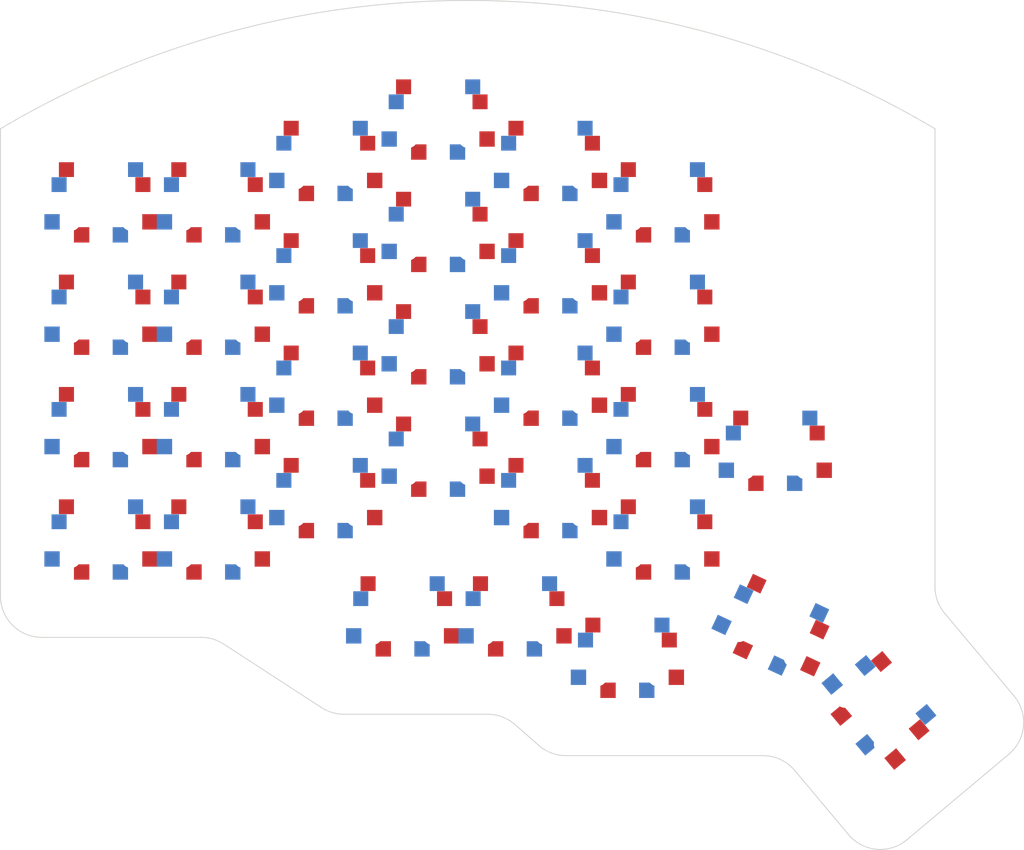
<source format=kicad_pcb>

            
(kicad_pcb (version 20171130) (host pcbnew 5.1.6)

  (page A3)
  (title_block
    (title hotswap_cut)
    (rev v1.0.0)
    (company Unknown)
  )

  (general
    (thickness 1.6)
  )

  (layers
    (0 F.Cu signal)
    (31 B.Cu signal)
    (32 B.Adhes user)
    (33 F.Adhes user)
    (34 B.Paste user)
    (35 F.Paste user)
    (36 B.SilkS user)
    (37 F.SilkS user)
    (38 B.Mask user)
    (39 F.Mask user)
    (40 Dwgs.User user)
    (41 Cmts.User user)
    (42 Eco1.User user)
    (43 Eco2.User user)
    (44 Edge.Cuts user)
    (45 Margin user)
    (46 B.CrtYd user)
    (47 F.CrtYd user)
    (48 B.Fab user)
    (49 F.Fab user)
  )

  (setup
    (last_trace_width 0.25)
    (trace_clearance 0.2)
    (zone_clearance 0.508)
    (zone_45_only no)
    (trace_min 0.2)
    (via_size 0.8)
    (via_drill 0.4)
    (via_min_size 0.4)
    (via_min_drill 0.3)
    (uvia_size 0.3)
    (uvia_drill 0.1)
    (uvias_allowed no)
    (uvia_min_size 0.2)
    (uvia_min_drill 0.1)
    (edge_width 0.05)
    (segment_width 0.2)
    (pcb_text_width 0.3)
    (pcb_text_size 1.5 1.5)
    (mod_edge_width 0.12)
    (mod_text_size 1 1)
    (mod_text_width 0.15)
    (pad_size 1.524 1.524)
    (pad_drill 0.762)
    (pad_to_mask_clearance 0.05)
    (aux_axis_origin 0 0)
    (visible_elements FFFFFF7F)
    (pcbplotparams
      (layerselection 0x010fc_ffffffff)
      (usegerberextensions false)
      (usegerberattributes true)
      (usegerberadvancedattributes true)
      (creategerberjobfile true)
      (excludeedgelayer true)
      (linewidth 0.100000)
      (plotframeref false)
      (viasonmask false)
      (mode 1)
      (useauxorigin false)
      (hpglpennumber 1)
      (hpglpenspeed 20)
      (hpglpendiameter 15.000000)
      (psnegative false)
      (psa4output false)
      (plotreference true)
      (plotvalue true)
      (plotinvisibletext false)
      (padsonsilk false)
      (subtractmaskfromsilk false)
      (outputformat 1)
      (mirror false)
      (drillshape 1)
      (scaleselection 1)
      (outputdirectory ""))
  )

            (net 0 "")
(net 1 "{{row_net}}")
(net 2 "{{column_net}}")
            
  (net_class Default "This is the default net class."
    (clearance 0.2)
    (trace_width 0.25)
    (via_dia 0.8)
    (via_drill 0.4)
    (uvia_dia 0.3)
    (uvia_drill 0.1)
    (add_net "")
(add_net "{{row_net}}")
(add_net "{{column_net}}")
  )

            
        
      (module PG1350 (layer F.Cu) (tedit 5DD50112)
      (at 0 0 180)

      
      (fp_text reference "S1" (at 0 0) (layer F.SilkS) hide (effects (font (size 1.27 1.27) (thickness 0.15))))
      (fp_text value "" (at 0 0) (layer F.SilkS) hide (effects (font (size 1.27 1.27) (thickness 0.15))))

      
      (fp_line (start -7 -6) (end -7 -7) (layer Dwgs.User) (width 0.15))
      (fp_line (start -7 7) (end -6 7) (layer Dwgs.User) (width 0.15))
      (fp_line (start -6 -7) (end -7 -7) (layer Dwgs.User) (width 0.15))
      (fp_line (start -7 7) (end -7 6) (layer Dwgs.User) (width 0.15))
      (fp_line (start 7 6) (end 7 7) (layer Dwgs.User) (width 0.15))
      (fp_line (start 7 -7) (end 6 -7) (layer Dwgs.User) (width 0.15))
      (fp_line (start 6 7) (end 7 7) (layer Dwgs.User) (width 0.15))
      (fp_line (start 7 -7) (end 7 -6) (layer Dwgs.User) (width 0.15))      
      
      
      (pad "" np_thru_hole circle (at 0 0) (size 3.429 3.429) (drill 3.429) (layers *.Cu *.Mask))
        
      
      (pad "" np_thru_hole circle (at 5.5 0) (size 1.7018 1.7018) (drill 1.7018) (layers *.Cu *.Mask))
      (pad "" np_thru_hole circle (at -5.5 0) (size 1.7018 1.7018) (drill 1.7018) (layers *.Cu *.Mask))
      
        
        
          
          (pad "" np_thru_hole circle (at 5 -3.75) (size 3 3) (drill 3) (layers *.Cu *.Mask))
          (pad "" np_thru_hole circle (at 0 -5.95) (size 3 3) (drill 3) (layers *.Cu *.Mask))
      
          
          (pad 1 smd rect (at -3.275 -5.95 180) (size 2.6 2.6) (layers B.Cu B.Paste B.Mask)  (net 1 "{{row_net}}"))
          (pad 2 smd rect (at 8.275 -3.75 180) (size 2.6 2.6) (layers B.Cu B.Paste B.Mask)  (net 2 "{{column_net}}"))
        
        
          
          (pad "" np_thru_hole circle (at -5 -3.75) (size 3 3) (drill 3) (layers *.Cu *.Mask))
          (pad "" np_thru_hole circle (at 0 -5.95) (size 3 3) (drill 3) (layers *.Cu *.Mask))
      
          
          (pad 1 smd rect (at 3.275 -5.95 180) (size 2.6 2.6) (layers F.Cu F.Paste F.Mask)  (net 1 "{{row_net}}"))
          (pad 2 smd rect (at -8.275 -3.75 180) (size 2.6 2.6) (layers F.Cu F.Paste F.Mask)  (net 2 "{{column_net}}"))
        )
        

        
      (module PG1350 (layer F.Cu) (tedit 5DD50112)
      (at 0 -19 180)

      
      (fp_text reference "S2" (at 0 0) (layer F.SilkS) hide (effects (font (size 1.27 1.27) (thickness 0.15))))
      (fp_text value "" (at 0 0) (layer F.SilkS) hide (effects (font (size 1.27 1.27) (thickness 0.15))))

      
      (fp_line (start -7 -6) (end -7 -7) (layer Dwgs.User) (width 0.15))
      (fp_line (start -7 7) (end -6 7) (layer Dwgs.User) (width 0.15))
      (fp_line (start -6 -7) (end -7 -7) (layer Dwgs.User) (width 0.15))
      (fp_line (start -7 7) (end -7 6) (layer Dwgs.User) (width 0.15))
      (fp_line (start 7 6) (end 7 7) (layer Dwgs.User) (width 0.15))
      (fp_line (start 7 -7) (end 6 -7) (layer Dwgs.User) (width 0.15))
      (fp_line (start 6 7) (end 7 7) (layer Dwgs.User) (width 0.15))
      (fp_line (start 7 -7) (end 7 -6) (layer Dwgs.User) (width 0.15))      
      
      
      (pad "" np_thru_hole circle (at 0 0) (size 3.429 3.429) (drill 3.429) (layers *.Cu *.Mask))
        
      
      (pad "" np_thru_hole circle (at 5.5 0) (size 1.7018 1.7018) (drill 1.7018) (layers *.Cu *.Mask))
      (pad "" np_thru_hole circle (at -5.5 0) (size 1.7018 1.7018) (drill 1.7018) (layers *.Cu *.Mask))
      
        
        
          
          (pad "" np_thru_hole circle (at 5 -3.75) (size 3 3) (drill 3) (layers *.Cu *.Mask))
          (pad "" np_thru_hole circle (at 0 -5.95) (size 3 3) (drill 3) (layers *.Cu *.Mask))
      
          
          (pad 1 smd rect (at -3.275 -5.95 180) (size 2.6 2.6) (layers B.Cu B.Paste B.Mask)  (net 1 "{{row_net}}"))
          (pad 2 smd rect (at 8.275 -3.75 180) (size 2.6 2.6) (layers B.Cu B.Paste B.Mask)  (net 2 "{{column_net}}"))
        
        
          
          (pad "" np_thru_hole circle (at -5 -3.75) (size 3 3) (drill 3) (layers *.Cu *.Mask))
          (pad "" np_thru_hole circle (at 0 -5.95) (size 3 3) (drill 3) (layers *.Cu *.Mask))
      
          
          (pad 1 smd rect (at 3.275 -5.95 180) (size 2.6 2.6) (layers F.Cu F.Paste F.Mask)  (net 1 "{{row_net}}"))
          (pad 2 smd rect (at -8.275 -3.75 180) (size 2.6 2.6) (layers F.Cu F.Paste F.Mask)  (net 2 "{{column_net}}"))
        )
        

        
      (module PG1350 (layer F.Cu) (tedit 5DD50112)
      (at 0 -38 180)

      
      (fp_text reference "S3" (at 0 0) (layer F.SilkS) hide (effects (font (size 1.27 1.27) (thickness 0.15))))
      (fp_text value "" (at 0 0) (layer F.SilkS) hide (effects (font (size 1.27 1.27) (thickness 0.15))))

      
      (fp_line (start -7 -6) (end -7 -7) (layer Dwgs.User) (width 0.15))
      (fp_line (start -7 7) (end -6 7) (layer Dwgs.User) (width 0.15))
      (fp_line (start -6 -7) (end -7 -7) (layer Dwgs.User) (width 0.15))
      (fp_line (start -7 7) (end -7 6) (layer Dwgs.User) (width 0.15))
      (fp_line (start 7 6) (end 7 7) (layer Dwgs.User) (width 0.15))
      (fp_line (start 7 -7) (end 6 -7) (layer Dwgs.User) (width 0.15))
      (fp_line (start 6 7) (end 7 7) (layer Dwgs.User) (width 0.15))
      (fp_line (start 7 -7) (end 7 -6) (layer Dwgs.User) (width 0.15))      
      
      
      (pad "" np_thru_hole circle (at 0 0) (size 3.429 3.429) (drill 3.429) (layers *.Cu *.Mask))
        
      
      (pad "" np_thru_hole circle (at 5.5 0) (size 1.7018 1.7018) (drill 1.7018) (layers *.Cu *.Mask))
      (pad "" np_thru_hole circle (at -5.5 0) (size 1.7018 1.7018) (drill 1.7018) (layers *.Cu *.Mask))
      
        
        
          
          (pad "" np_thru_hole circle (at 5 -3.75) (size 3 3) (drill 3) (layers *.Cu *.Mask))
          (pad "" np_thru_hole circle (at 0 -5.95) (size 3 3) (drill 3) (layers *.Cu *.Mask))
      
          
          (pad 1 smd rect (at -3.275 -5.95 180) (size 2.6 2.6) (layers B.Cu B.Paste B.Mask)  (net 1 "{{row_net}}"))
          (pad 2 smd rect (at 8.275 -3.75 180) (size 2.6 2.6) (layers B.Cu B.Paste B.Mask)  (net 2 "{{column_net}}"))
        
        
          
          (pad "" np_thru_hole circle (at -5 -3.75) (size 3 3) (drill 3) (layers *.Cu *.Mask))
          (pad "" np_thru_hole circle (at 0 -5.95) (size 3 3) (drill 3) (layers *.Cu *.Mask))
      
          
          (pad 1 smd rect (at 3.275 -5.95 180) (size 2.6 2.6) (layers F.Cu F.Paste F.Mask)  (net 1 "{{row_net}}"))
          (pad 2 smd rect (at -8.275 -3.75 180) (size 2.6 2.6) (layers F.Cu F.Paste F.Mask)  (net 2 "{{column_net}}"))
        )
        

        
      (module PG1350 (layer F.Cu) (tedit 5DD50112)
      (at 0 -57 180)

      
      (fp_text reference "S4" (at 0 0) (layer F.SilkS) hide (effects (font (size 1.27 1.27) (thickness 0.15))))
      (fp_text value "" (at 0 0) (layer F.SilkS) hide (effects (font (size 1.27 1.27) (thickness 0.15))))

      
      (fp_line (start -7 -6) (end -7 -7) (layer Dwgs.User) (width 0.15))
      (fp_line (start -7 7) (end -6 7) (layer Dwgs.User) (width 0.15))
      (fp_line (start -6 -7) (end -7 -7) (layer Dwgs.User) (width 0.15))
      (fp_line (start -7 7) (end -7 6) (layer Dwgs.User) (width 0.15))
      (fp_line (start 7 6) (end 7 7) (layer Dwgs.User) (width 0.15))
      (fp_line (start 7 -7) (end 6 -7) (layer Dwgs.User) (width 0.15))
      (fp_line (start 6 7) (end 7 7) (layer Dwgs.User) (width 0.15))
      (fp_line (start 7 -7) (end 7 -6) (layer Dwgs.User) (width 0.15))      
      
      
      (pad "" np_thru_hole circle (at 0 0) (size 3.429 3.429) (drill 3.429) (layers *.Cu *.Mask))
        
      
      (pad "" np_thru_hole circle (at 5.5 0) (size 1.7018 1.7018) (drill 1.7018) (layers *.Cu *.Mask))
      (pad "" np_thru_hole circle (at -5.5 0) (size 1.7018 1.7018) (drill 1.7018) (layers *.Cu *.Mask))
      
        
        
          
          (pad "" np_thru_hole circle (at 5 -3.75) (size 3 3) (drill 3) (layers *.Cu *.Mask))
          (pad "" np_thru_hole circle (at 0 -5.95) (size 3 3) (drill 3) (layers *.Cu *.Mask))
      
          
          (pad 1 smd rect (at -3.275 -5.95 180) (size 2.6 2.6) (layers B.Cu B.Paste B.Mask)  (net 1 "{{row_net}}"))
          (pad 2 smd rect (at 8.275 -3.75 180) (size 2.6 2.6) (layers B.Cu B.Paste B.Mask)  (net 2 "{{column_net}}"))
        
        
          
          (pad "" np_thru_hole circle (at -5 -3.75) (size 3 3) (drill 3) (layers *.Cu *.Mask))
          (pad "" np_thru_hole circle (at 0 -5.95) (size 3 3) (drill 3) (layers *.Cu *.Mask))
      
          
          (pad 1 smd rect (at 3.275 -5.95 180) (size 2.6 2.6) (layers F.Cu F.Paste F.Mask)  (net 1 "{{row_net}}"))
          (pad 2 smd rect (at -8.275 -3.75 180) (size 2.6 2.6) (layers F.Cu F.Paste F.Mask)  (net 2 "{{column_net}}"))
        )
        

        
      (module PG1350 (layer F.Cu) (tedit 5DD50112)
      (at 19 0 180)

      
      (fp_text reference "S5" (at 0 0) (layer F.SilkS) hide (effects (font (size 1.27 1.27) (thickness 0.15))))
      (fp_text value "" (at 0 0) (layer F.SilkS) hide (effects (font (size 1.27 1.27) (thickness 0.15))))

      
      (fp_line (start -7 -6) (end -7 -7) (layer Dwgs.User) (width 0.15))
      (fp_line (start -7 7) (end -6 7) (layer Dwgs.User) (width 0.15))
      (fp_line (start -6 -7) (end -7 -7) (layer Dwgs.User) (width 0.15))
      (fp_line (start -7 7) (end -7 6) (layer Dwgs.User) (width 0.15))
      (fp_line (start 7 6) (end 7 7) (layer Dwgs.User) (width 0.15))
      (fp_line (start 7 -7) (end 6 -7) (layer Dwgs.User) (width 0.15))
      (fp_line (start 6 7) (end 7 7) (layer Dwgs.User) (width 0.15))
      (fp_line (start 7 -7) (end 7 -6) (layer Dwgs.User) (width 0.15))      
      
      
      (pad "" np_thru_hole circle (at 0 0) (size 3.429 3.429) (drill 3.429) (layers *.Cu *.Mask))
        
      
      (pad "" np_thru_hole circle (at 5.5 0) (size 1.7018 1.7018) (drill 1.7018) (layers *.Cu *.Mask))
      (pad "" np_thru_hole circle (at -5.5 0) (size 1.7018 1.7018) (drill 1.7018) (layers *.Cu *.Mask))
      
        
        
          
          (pad "" np_thru_hole circle (at 5 -3.75) (size 3 3) (drill 3) (layers *.Cu *.Mask))
          (pad "" np_thru_hole circle (at 0 -5.95) (size 3 3) (drill 3) (layers *.Cu *.Mask))
      
          
          (pad 1 smd rect (at -3.275 -5.95 180) (size 2.6 2.6) (layers B.Cu B.Paste B.Mask)  (net 1 "{{row_net}}"))
          (pad 2 smd rect (at 8.275 -3.75 180) (size 2.6 2.6) (layers B.Cu B.Paste B.Mask)  (net 2 "{{column_net}}"))
        
        
          
          (pad "" np_thru_hole circle (at -5 -3.75) (size 3 3) (drill 3) (layers *.Cu *.Mask))
          (pad "" np_thru_hole circle (at 0 -5.95) (size 3 3) (drill 3) (layers *.Cu *.Mask))
      
          
          (pad 1 smd rect (at 3.275 -5.95 180) (size 2.6 2.6) (layers F.Cu F.Paste F.Mask)  (net 1 "{{row_net}}"))
          (pad 2 smd rect (at -8.275 -3.75 180) (size 2.6 2.6) (layers F.Cu F.Paste F.Mask)  (net 2 "{{column_net}}"))
        )
        

        
      (module PG1350 (layer F.Cu) (tedit 5DD50112)
      (at 19 -19 180)

      
      (fp_text reference "S6" (at 0 0) (layer F.SilkS) hide (effects (font (size 1.27 1.27) (thickness 0.15))))
      (fp_text value "" (at 0 0) (layer F.SilkS) hide (effects (font (size 1.27 1.27) (thickness 0.15))))

      
      (fp_line (start -7 -6) (end -7 -7) (layer Dwgs.User) (width 0.15))
      (fp_line (start -7 7) (end -6 7) (layer Dwgs.User) (width 0.15))
      (fp_line (start -6 -7) (end -7 -7) (layer Dwgs.User) (width 0.15))
      (fp_line (start -7 7) (end -7 6) (layer Dwgs.User) (width 0.15))
      (fp_line (start 7 6) (end 7 7) (layer Dwgs.User) (width 0.15))
      (fp_line (start 7 -7) (end 6 -7) (layer Dwgs.User) (width 0.15))
      (fp_line (start 6 7) (end 7 7) (layer Dwgs.User) (width 0.15))
      (fp_line (start 7 -7) (end 7 -6) (layer Dwgs.User) (width 0.15))      
      
      
      (pad "" np_thru_hole circle (at 0 0) (size 3.429 3.429) (drill 3.429) (layers *.Cu *.Mask))
        
      
      (pad "" np_thru_hole circle (at 5.5 0) (size 1.7018 1.7018) (drill 1.7018) (layers *.Cu *.Mask))
      (pad "" np_thru_hole circle (at -5.5 0) (size 1.7018 1.7018) (drill 1.7018) (layers *.Cu *.Mask))
      
        
        
          
          (pad "" np_thru_hole circle (at 5 -3.75) (size 3 3) (drill 3) (layers *.Cu *.Mask))
          (pad "" np_thru_hole circle (at 0 -5.95) (size 3 3) (drill 3) (layers *.Cu *.Mask))
      
          
          (pad 1 smd rect (at -3.275 -5.95 180) (size 2.6 2.6) (layers B.Cu B.Paste B.Mask)  (net 1 "{{row_net}}"))
          (pad 2 smd rect (at 8.275 -3.75 180) (size 2.6 2.6) (layers B.Cu B.Paste B.Mask)  (net 2 "{{column_net}}"))
        
        
          
          (pad "" np_thru_hole circle (at -5 -3.75) (size 3 3) (drill 3) (layers *.Cu *.Mask))
          (pad "" np_thru_hole circle (at 0 -5.95) (size 3 3) (drill 3) (layers *.Cu *.Mask))
      
          
          (pad 1 smd rect (at 3.275 -5.95 180) (size 2.6 2.6) (layers F.Cu F.Paste F.Mask)  (net 1 "{{row_net}}"))
          (pad 2 smd rect (at -8.275 -3.75 180) (size 2.6 2.6) (layers F.Cu F.Paste F.Mask)  (net 2 "{{column_net}}"))
        )
        

        
      (module PG1350 (layer F.Cu) (tedit 5DD50112)
      (at 19 -38 180)

      
      (fp_text reference "S7" (at 0 0) (layer F.SilkS) hide (effects (font (size 1.27 1.27) (thickness 0.15))))
      (fp_text value "" (at 0 0) (layer F.SilkS) hide (effects (font (size 1.27 1.27) (thickness 0.15))))

      
      (fp_line (start -7 -6) (end -7 -7) (layer Dwgs.User) (width 0.15))
      (fp_line (start -7 7) (end -6 7) (layer Dwgs.User) (width 0.15))
      (fp_line (start -6 -7) (end -7 -7) (layer Dwgs.User) (width 0.15))
      (fp_line (start -7 7) (end -7 6) (layer Dwgs.User) (width 0.15))
      (fp_line (start 7 6) (end 7 7) (layer Dwgs.User) (width 0.15))
      (fp_line (start 7 -7) (end 6 -7) (layer Dwgs.User) (width 0.15))
      (fp_line (start 6 7) (end 7 7) (layer Dwgs.User) (width 0.15))
      (fp_line (start 7 -7) (end 7 -6) (layer Dwgs.User) (width 0.15))      
      
      
      (pad "" np_thru_hole circle (at 0 0) (size 3.429 3.429) (drill 3.429) (layers *.Cu *.Mask))
        
      
      (pad "" np_thru_hole circle (at 5.5 0) (size 1.7018 1.7018) (drill 1.7018) (layers *.Cu *.Mask))
      (pad "" np_thru_hole circle (at -5.5 0) (size 1.7018 1.7018) (drill 1.7018) (layers *.Cu *.Mask))
      
        
        
          
          (pad "" np_thru_hole circle (at 5 -3.75) (size 3 3) (drill 3) (layers *.Cu *.Mask))
          (pad "" np_thru_hole circle (at 0 -5.95) (size 3 3) (drill 3) (layers *.Cu *.Mask))
      
          
          (pad 1 smd rect (at -3.275 -5.95 180) (size 2.6 2.6) (layers B.Cu B.Paste B.Mask)  (net 1 "{{row_net}}"))
          (pad 2 smd rect (at 8.275 -3.75 180) (size 2.6 2.6) (layers B.Cu B.Paste B.Mask)  (net 2 "{{column_net}}"))
        
        
          
          (pad "" np_thru_hole circle (at -5 -3.75) (size 3 3) (drill 3) (layers *.Cu *.Mask))
          (pad "" np_thru_hole circle (at 0 -5.95) (size 3 3) (drill 3) (layers *.Cu *.Mask))
      
          
          (pad 1 smd rect (at 3.275 -5.95 180) (size 2.6 2.6) (layers F.Cu F.Paste F.Mask)  (net 1 "{{row_net}}"))
          (pad 2 smd rect (at -8.275 -3.75 180) (size 2.6 2.6) (layers F.Cu F.Paste F.Mask)  (net 2 "{{column_net}}"))
        )
        

        
      (module PG1350 (layer F.Cu) (tedit 5DD50112)
      (at 19 -57 180)

      
      (fp_text reference "S8" (at 0 0) (layer F.SilkS) hide (effects (font (size 1.27 1.27) (thickness 0.15))))
      (fp_text value "" (at 0 0) (layer F.SilkS) hide (effects (font (size 1.27 1.27) (thickness 0.15))))

      
      (fp_line (start -7 -6) (end -7 -7) (layer Dwgs.User) (width 0.15))
      (fp_line (start -7 7) (end -6 7) (layer Dwgs.User) (width 0.15))
      (fp_line (start -6 -7) (end -7 -7) (layer Dwgs.User) (width 0.15))
      (fp_line (start -7 7) (end -7 6) (layer Dwgs.User) (width 0.15))
      (fp_line (start 7 6) (end 7 7) (layer Dwgs.User) (width 0.15))
      (fp_line (start 7 -7) (end 6 -7) (layer Dwgs.User) (width 0.15))
      (fp_line (start 6 7) (end 7 7) (layer Dwgs.User) (width 0.15))
      (fp_line (start 7 -7) (end 7 -6) (layer Dwgs.User) (width 0.15))      
      
      
      (pad "" np_thru_hole circle (at 0 0) (size 3.429 3.429) (drill 3.429) (layers *.Cu *.Mask))
        
      
      (pad "" np_thru_hole circle (at 5.5 0) (size 1.7018 1.7018) (drill 1.7018) (layers *.Cu *.Mask))
      (pad "" np_thru_hole circle (at -5.5 0) (size 1.7018 1.7018) (drill 1.7018) (layers *.Cu *.Mask))
      
        
        
          
          (pad "" np_thru_hole circle (at 5 -3.75) (size 3 3) (drill 3) (layers *.Cu *.Mask))
          (pad "" np_thru_hole circle (at 0 -5.95) (size 3 3) (drill 3) (layers *.Cu *.Mask))
      
          
          (pad 1 smd rect (at -3.275 -5.95 180) (size 2.6 2.6) (layers B.Cu B.Paste B.Mask)  (net 1 "{{row_net}}"))
          (pad 2 smd rect (at 8.275 -3.75 180) (size 2.6 2.6) (layers B.Cu B.Paste B.Mask)  (net 2 "{{column_net}}"))
        
        
          
          (pad "" np_thru_hole circle (at -5 -3.75) (size 3 3) (drill 3) (layers *.Cu *.Mask))
          (pad "" np_thru_hole circle (at 0 -5.95) (size 3 3) (drill 3) (layers *.Cu *.Mask))
      
          
          (pad 1 smd rect (at 3.275 -5.95 180) (size 2.6 2.6) (layers F.Cu F.Paste F.Mask)  (net 1 "{{row_net}}"))
          (pad 2 smd rect (at -8.275 -3.75 180) (size 2.6 2.6) (layers F.Cu F.Paste F.Mask)  (net 2 "{{column_net}}"))
        )
        

        
      (module PG1350 (layer F.Cu) (tedit 5DD50112)
      (at 38 -7 180)

      
      (fp_text reference "S9" (at 0 0) (layer F.SilkS) hide (effects (font (size 1.27 1.27) (thickness 0.15))))
      (fp_text value "" (at 0 0) (layer F.SilkS) hide (effects (font (size 1.27 1.27) (thickness 0.15))))

      
      (fp_line (start -7 -6) (end -7 -7) (layer Dwgs.User) (width 0.15))
      (fp_line (start -7 7) (end -6 7) (layer Dwgs.User) (width 0.15))
      (fp_line (start -6 -7) (end -7 -7) (layer Dwgs.User) (width 0.15))
      (fp_line (start -7 7) (end -7 6) (layer Dwgs.User) (width 0.15))
      (fp_line (start 7 6) (end 7 7) (layer Dwgs.User) (width 0.15))
      (fp_line (start 7 -7) (end 6 -7) (layer Dwgs.User) (width 0.15))
      (fp_line (start 6 7) (end 7 7) (layer Dwgs.User) (width 0.15))
      (fp_line (start 7 -7) (end 7 -6) (layer Dwgs.User) (width 0.15))      
      
      
      (pad "" np_thru_hole circle (at 0 0) (size 3.429 3.429) (drill 3.429) (layers *.Cu *.Mask))
        
      
      (pad "" np_thru_hole circle (at 5.5 0) (size 1.7018 1.7018) (drill 1.7018) (layers *.Cu *.Mask))
      (pad "" np_thru_hole circle (at -5.5 0) (size 1.7018 1.7018) (drill 1.7018) (layers *.Cu *.Mask))
      
        
        
          
          (pad "" np_thru_hole circle (at 5 -3.75) (size 3 3) (drill 3) (layers *.Cu *.Mask))
          (pad "" np_thru_hole circle (at 0 -5.95) (size 3 3) (drill 3) (layers *.Cu *.Mask))
      
          
          (pad 1 smd rect (at -3.275 -5.95 180) (size 2.6 2.6) (layers B.Cu B.Paste B.Mask)  (net 1 "{{row_net}}"))
          (pad 2 smd rect (at 8.275 -3.75 180) (size 2.6 2.6) (layers B.Cu B.Paste B.Mask)  (net 2 "{{column_net}}"))
        
        
          
          (pad "" np_thru_hole circle (at -5 -3.75) (size 3 3) (drill 3) (layers *.Cu *.Mask))
          (pad "" np_thru_hole circle (at 0 -5.95) (size 3 3) (drill 3) (layers *.Cu *.Mask))
      
          
          (pad 1 smd rect (at 3.275 -5.95 180) (size 2.6 2.6) (layers F.Cu F.Paste F.Mask)  (net 1 "{{row_net}}"))
          (pad 2 smd rect (at -8.275 -3.75 180) (size 2.6 2.6) (layers F.Cu F.Paste F.Mask)  (net 2 "{{column_net}}"))
        )
        

        
      (module PG1350 (layer F.Cu) (tedit 5DD50112)
      (at 38 -26 180)

      
      (fp_text reference "S10" (at 0 0) (layer F.SilkS) hide (effects (font (size 1.27 1.27) (thickness 0.15))))
      (fp_text value "" (at 0 0) (layer F.SilkS) hide (effects (font (size 1.27 1.27) (thickness 0.15))))

      
      (fp_line (start -7 -6) (end -7 -7) (layer Dwgs.User) (width 0.15))
      (fp_line (start -7 7) (end -6 7) (layer Dwgs.User) (width 0.15))
      (fp_line (start -6 -7) (end -7 -7) (layer Dwgs.User) (width 0.15))
      (fp_line (start -7 7) (end -7 6) (layer Dwgs.User) (width 0.15))
      (fp_line (start 7 6) (end 7 7) (layer Dwgs.User) (width 0.15))
      (fp_line (start 7 -7) (end 6 -7) (layer Dwgs.User) (width 0.15))
      (fp_line (start 6 7) (end 7 7) (layer Dwgs.User) (width 0.15))
      (fp_line (start 7 -7) (end 7 -6) (layer Dwgs.User) (width 0.15))      
      
      
      (pad "" np_thru_hole circle (at 0 0) (size 3.429 3.429) (drill 3.429) (layers *.Cu *.Mask))
        
      
      (pad "" np_thru_hole circle (at 5.5 0) (size 1.7018 1.7018) (drill 1.7018) (layers *.Cu *.Mask))
      (pad "" np_thru_hole circle (at -5.5 0) (size 1.7018 1.7018) (drill 1.7018) (layers *.Cu *.Mask))
      
        
        
          
          (pad "" np_thru_hole circle (at 5 -3.75) (size 3 3) (drill 3) (layers *.Cu *.Mask))
          (pad "" np_thru_hole circle (at 0 -5.95) (size 3 3) (drill 3) (layers *.Cu *.Mask))
      
          
          (pad 1 smd rect (at -3.275 -5.95 180) (size 2.6 2.6) (layers B.Cu B.Paste B.Mask)  (net 1 "{{row_net}}"))
          (pad 2 smd rect (at 8.275 -3.75 180) (size 2.6 2.6) (layers B.Cu B.Paste B.Mask)  (net 2 "{{column_net}}"))
        
        
          
          (pad "" np_thru_hole circle (at -5 -3.75) (size 3 3) (drill 3) (layers *.Cu *.Mask))
          (pad "" np_thru_hole circle (at 0 -5.95) (size 3 3) (drill 3) (layers *.Cu *.Mask))
      
          
          (pad 1 smd rect (at 3.275 -5.95 180) (size 2.6 2.6) (layers F.Cu F.Paste F.Mask)  (net 1 "{{row_net}}"))
          (pad 2 smd rect (at -8.275 -3.75 180) (size 2.6 2.6) (layers F.Cu F.Paste F.Mask)  (net 2 "{{column_net}}"))
        )
        

        
      (module PG1350 (layer F.Cu) (tedit 5DD50112)
      (at 38 -45 180)

      
      (fp_text reference "S11" (at 0 0) (layer F.SilkS) hide (effects (font (size 1.27 1.27) (thickness 0.15))))
      (fp_text value "" (at 0 0) (layer F.SilkS) hide (effects (font (size 1.27 1.27) (thickness 0.15))))

      
      (fp_line (start -7 -6) (end -7 -7) (layer Dwgs.User) (width 0.15))
      (fp_line (start -7 7) (end -6 7) (layer Dwgs.User) (width 0.15))
      (fp_line (start -6 -7) (end -7 -7) (layer Dwgs.User) (width 0.15))
      (fp_line (start -7 7) (end -7 6) (layer Dwgs.User) (width 0.15))
      (fp_line (start 7 6) (end 7 7) (layer Dwgs.User) (width 0.15))
      (fp_line (start 7 -7) (end 6 -7) (layer Dwgs.User) (width 0.15))
      (fp_line (start 6 7) (end 7 7) (layer Dwgs.User) (width 0.15))
      (fp_line (start 7 -7) (end 7 -6) (layer Dwgs.User) (width 0.15))      
      
      
      (pad "" np_thru_hole circle (at 0 0) (size 3.429 3.429) (drill 3.429) (layers *.Cu *.Mask))
        
      
      (pad "" np_thru_hole circle (at 5.5 0) (size 1.7018 1.7018) (drill 1.7018) (layers *.Cu *.Mask))
      (pad "" np_thru_hole circle (at -5.5 0) (size 1.7018 1.7018) (drill 1.7018) (layers *.Cu *.Mask))
      
        
        
          
          (pad "" np_thru_hole circle (at 5 -3.75) (size 3 3) (drill 3) (layers *.Cu *.Mask))
          (pad "" np_thru_hole circle (at 0 -5.95) (size 3 3) (drill 3) (layers *.Cu *.Mask))
      
          
          (pad 1 smd rect (at -3.275 -5.95 180) (size 2.6 2.6) (layers B.Cu B.Paste B.Mask)  (net 1 "{{row_net}}"))
          (pad 2 smd rect (at 8.275 -3.75 180) (size 2.6 2.6) (layers B.Cu B.Paste B.Mask)  (net 2 "{{column_net}}"))
        
        
          
          (pad "" np_thru_hole circle (at -5 -3.75) (size 3 3) (drill 3) (layers *.Cu *.Mask))
          (pad "" np_thru_hole circle (at 0 -5.95) (size 3 3) (drill 3) (layers *.Cu *.Mask))
      
          
          (pad 1 smd rect (at 3.275 -5.95 180) (size 2.6 2.6) (layers F.Cu F.Paste F.Mask)  (net 1 "{{row_net}}"))
          (pad 2 smd rect (at -8.275 -3.75 180) (size 2.6 2.6) (layers F.Cu F.Paste F.Mask)  (net 2 "{{column_net}}"))
        )
        

        
      (module PG1350 (layer F.Cu) (tedit 5DD50112)
      (at 38 -64 180)

      
      (fp_text reference "S12" (at 0 0) (layer F.SilkS) hide (effects (font (size 1.27 1.27) (thickness 0.15))))
      (fp_text value "" (at 0 0) (layer F.SilkS) hide (effects (font (size 1.27 1.27) (thickness 0.15))))

      
      (fp_line (start -7 -6) (end -7 -7) (layer Dwgs.User) (width 0.15))
      (fp_line (start -7 7) (end -6 7) (layer Dwgs.User) (width 0.15))
      (fp_line (start -6 -7) (end -7 -7) (layer Dwgs.User) (width 0.15))
      (fp_line (start -7 7) (end -7 6) (layer Dwgs.User) (width 0.15))
      (fp_line (start 7 6) (end 7 7) (layer Dwgs.User) (width 0.15))
      (fp_line (start 7 -7) (end 6 -7) (layer Dwgs.User) (width 0.15))
      (fp_line (start 6 7) (end 7 7) (layer Dwgs.User) (width 0.15))
      (fp_line (start 7 -7) (end 7 -6) (layer Dwgs.User) (width 0.15))      
      
      
      (pad "" np_thru_hole circle (at 0 0) (size 3.429 3.429) (drill 3.429) (layers *.Cu *.Mask))
        
      
      (pad "" np_thru_hole circle (at 5.5 0) (size 1.7018 1.7018) (drill 1.7018) (layers *.Cu *.Mask))
      (pad "" np_thru_hole circle (at -5.5 0) (size 1.7018 1.7018) (drill 1.7018) (layers *.Cu *.Mask))
      
        
        
          
          (pad "" np_thru_hole circle (at 5 -3.75) (size 3 3) (drill 3) (layers *.Cu *.Mask))
          (pad "" np_thru_hole circle (at 0 -5.95) (size 3 3) (drill 3) (layers *.Cu *.Mask))
      
          
          (pad 1 smd rect (at -3.275 -5.95 180) (size 2.6 2.6) (layers B.Cu B.Paste B.Mask)  (net 1 "{{row_net}}"))
          (pad 2 smd rect (at 8.275 -3.75 180) (size 2.6 2.6) (layers B.Cu B.Paste B.Mask)  (net 2 "{{column_net}}"))
        
        
          
          (pad "" np_thru_hole circle (at -5 -3.75) (size 3 3) (drill 3) (layers *.Cu *.Mask))
          (pad "" np_thru_hole circle (at 0 -5.95) (size 3 3) (drill 3) (layers *.Cu *.Mask))
      
          
          (pad 1 smd rect (at 3.275 -5.95 180) (size 2.6 2.6) (layers F.Cu F.Paste F.Mask)  (net 1 "{{row_net}}"))
          (pad 2 smd rect (at -8.275 -3.75 180) (size 2.6 2.6) (layers F.Cu F.Paste F.Mask)  (net 2 "{{column_net}}"))
        )
        

        
      (module PG1350 (layer F.Cu) (tedit 5DD50112)
      (at 57 -14 180)

      
      (fp_text reference "S13" (at 0 0) (layer F.SilkS) hide (effects (font (size 1.27 1.27) (thickness 0.15))))
      (fp_text value "" (at 0 0) (layer F.SilkS) hide (effects (font (size 1.27 1.27) (thickness 0.15))))

      
      (fp_line (start -7 -6) (end -7 -7) (layer Dwgs.User) (width 0.15))
      (fp_line (start -7 7) (end -6 7) (layer Dwgs.User) (width 0.15))
      (fp_line (start -6 -7) (end -7 -7) (layer Dwgs.User) (width 0.15))
      (fp_line (start -7 7) (end -7 6) (layer Dwgs.User) (width 0.15))
      (fp_line (start 7 6) (end 7 7) (layer Dwgs.User) (width 0.15))
      (fp_line (start 7 -7) (end 6 -7) (layer Dwgs.User) (width 0.15))
      (fp_line (start 6 7) (end 7 7) (layer Dwgs.User) (width 0.15))
      (fp_line (start 7 -7) (end 7 -6) (layer Dwgs.User) (width 0.15))      
      
      
      (pad "" np_thru_hole circle (at 0 0) (size 3.429 3.429) (drill 3.429) (layers *.Cu *.Mask))
        
      
      (pad "" np_thru_hole circle (at 5.5 0) (size 1.7018 1.7018) (drill 1.7018) (layers *.Cu *.Mask))
      (pad "" np_thru_hole circle (at -5.5 0) (size 1.7018 1.7018) (drill 1.7018) (layers *.Cu *.Mask))
      
        
        
          
          (pad "" np_thru_hole circle (at 5 -3.75) (size 3 3) (drill 3) (layers *.Cu *.Mask))
          (pad "" np_thru_hole circle (at 0 -5.95) (size 3 3) (drill 3) (layers *.Cu *.Mask))
      
          
          (pad 1 smd rect (at -3.275 -5.95 180) (size 2.6 2.6) (layers B.Cu B.Paste B.Mask)  (net 1 "{{row_net}}"))
          (pad 2 smd rect (at 8.275 -3.75 180) (size 2.6 2.6) (layers B.Cu B.Paste B.Mask)  (net 2 "{{column_net}}"))
        
        
          
          (pad "" np_thru_hole circle (at -5 -3.75) (size 3 3) (drill 3) (layers *.Cu *.Mask))
          (pad "" np_thru_hole circle (at 0 -5.95) (size 3 3) (drill 3) (layers *.Cu *.Mask))
      
          
          (pad 1 smd rect (at 3.275 -5.95 180) (size 2.6 2.6) (layers F.Cu F.Paste F.Mask)  (net 1 "{{row_net}}"))
          (pad 2 smd rect (at -8.275 -3.75 180) (size 2.6 2.6) (layers F.Cu F.Paste F.Mask)  (net 2 "{{column_net}}"))
        )
        

        
      (module PG1350 (layer F.Cu) (tedit 5DD50112)
      (at 57 -33 180)

      
      (fp_text reference "S14" (at 0 0) (layer F.SilkS) hide (effects (font (size 1.27 1.27) (thickness 0.15))))
      (fp_text value "" (at 0 0) (layer F.SilkS) hide (effects (font (size 1.27 1.27) (thickness 0.15))))

      
      (fp_line (start -7 -6) (end -7 -7) (layer Dwgs.User) (width 0.15))
      (fp_line (start -7 7) (end -6 7) (layer Dwgs.User) (width 0.15))
      (fp_line (start -6 -7) (end -7 -7) (layer Dwgs.User) (width 0.15))
      (fp_line (start -7 7) (end -7 6) (layer Dwgs.User) (width 0.15))
      (fp_line (start 7 6) (end 7 7) (layer Dwgs.User) (width 0.15))
      (fp_line (start 7 -7) (end 6 -7) (layer Dwgs.User) (width 0.15))
      (fp_line (start 6 7) (end 7 7) (layer Dwgs.User) (width 0.15))
      (fp_line (start 7 -7) (end 7 -6) (layer Dwgs.User) (width 0.15))      
      
      
      (pad "" np_thru_hole circle (at 0 0) (size 3.429 3.429) (drill 3.429) (layers *.Cu *.Mask))
        
      
      (pad "" np_thru_hole circle (at 5.5 0) (size 1.7018 1.7018) (drill 1.7018) (layers *.Cu *.Mask))
      (pad "" np_thru_hole circle (at -5.5 0) (size 1.7018 1.7018) (drill 1.7018) (layers *.Cu *.Mask))
      
        
        
          
          (pad "" np_thru_hole circle (at 5 -3.75) (size 3 3) (drill 3) (layers *.Cu *.Mask))
          (pad "" np_thru_hole circle (at 0 -5.95) (size 3 3) (drill 3) (layers *.Cu *.Mask))
      
          
          (pad 1 smd rect (at -3.275 -5.95 180) (size 2.6 2.6) (layers B.Cu B.Paste B.Mask)  (net 1 "{{row_net}}"))
          (pad 2 smd rect (at 8.275 -3.75 180) (size 2.6 2.6) (layers B.Cu B.Paste B.Mask)  (net 2 "{{column_net}}"))
        
        
          
          (pad "" np_thru_hole circle (at -5 -3.75) (size 3 3) (drill 3) (layers *.Cu *.Mask))
          (pad "" np_thru_hole circle (at 0 -5.95) (size 3 3) (drill 3) (layers *.Cu *.Mask))
      
          
          (pad 1 smd rect (at 3.275 -5.95 180) (size 2.6 2.6) (layers F.Cu F.Paste F.Mask)  (net 1 "{{row_net}}"))
          (pad 2 smd rect (at -8.275 -3.75 180) (size 2.6 2.6) (layers F.Cu F.Paste F.Mask)  (net 2 "{{column_net}}"))
        )
        

        
      (module PG1350 (layer F.Cu) (tedit 5DD50112)
      (at 57 -52 180)

      
      (fp_text reference "S15" (at 0 0) (layer F.SilkS) hide (effects (font (size 1.27 1.27) (thickness 0.15))))
      (fp_text value "" (at 0 0) (layer F.SilkS) hide (effects (font (size 1.27 1.27) (thickness 0.15))))

      
      (fp_line (start -7 -6) (end -7 -7) (layer Dwgs.User) (width 0.15))
      (fp_line (start -7 7) (end -6 7) (layer Dwgs.User) (width 0.15))
      (fp_line (start -6 -7) (end -7 -7) (layer Dwgs.User) (width 0.15))
      (fp_line (start -7 7) (end -7 6) (layer Dwgs.User) (width 0.15))
      (fp_line (start 7 6) (end 7 7) (layer Dwgs.User) (width 0.15))
      (fp_line (start 7 -7) (end 6 -7) (layer Dwgs.User) (width 0.15))
      (fp_line (start 6 7) (end 7 7) (layer Dwgs.User) (width 0.15))
      (fp_line (start 7 -7) (end 7 -6) (layer Dwgs.User) (width 0.15))      
      
      
      (pad "" np_thru_hole circle (at 0 0) (size 3.429 3.429) (drill 3.429) (layers *.Cu *.Mask))
        
      
      (pad "" np_thru_hole circle (at 5.5 0) (size 1.7018 1.7018) (drill 1.7018) (layers *.Cu *.Mask))
      (pad "" np_thru_hole circle (at -5.5 0) (size 1.7018 1.7018) (drill 1.7018) (layers *.Cu *.Mask))
      
        
        
          
          (pad "" np_thru_hole circle (at 5 -3.75) (size 3 3) (drill 3) (layers *.Cu *.Mask))
          (pad "" np_thru_hole circle (at 0 -5.95) (size 3 3) (drill 3) (layers *.Cu *.Mask))
      
          
          (pad 1 smd rect (at -3.275 -5.95 180) (size 2.6 2.6) (layers B.Cu B.Paste B.Mask)  (net 1 "{{row_net}}"))
          (pad 2 smd rect (at 8.275 -3.75 180) (size 2.6 2.6) (layers B.Cu B.Paste B.Mask)  (net 2 "{{column_net}}"))
        
        
          
          (pad "" np_thru_hole circle (at -5 -3.75) (size 3 3) (drill 3) (layers *.Cu *.Mask))
          (pad "" np_thru_hole circle (at 0 -5.95) (size 3 3) (drill 3) (layers *.Cu *.Mask))
      
          
          (pad 1 smd rect (at 3.275 -5.95 180) (size 2.6 2.6) (layers F.Cu F.Paste F.Mask)  (net 1 "{{row_net}}"))
          (pad 2 smd rect (at -8.275 -3.75 180) (size 2.6 2.6) (layers F.Cu F.Paste F.Mask)  (net 2 "{{column_net}}"))
        )
        

        
      (module PG1350 (layer F.Cu) (tedit 5DD50112)
      (at 57 -71 180)

      
      (fp_text reference "S16" (at 0 0) (layer F.SilkS) hide (effects (font (size 1.27 1.27) (thickness 0.15))))
      (fp_text value "" (at 0 0) (layer F.SilkS) hide (effects (font (size 1.27 1.27) (thickness 0.15))))

      
      (fp_line (start -7 -6) (end -7 -7) (layer Dwgs.User) (width 0.15))
      (fp_line (start -7 7) (end -6 7) (layer Dwgs.User) (width 0.15))
      (fp_line (start -6 -7) (end -7 -7) (layer Dwgs.User) (width 0.15))
      (fp_line (start -7 7) (end -7 6) (layer Dwgs.User) (width 0.15))
      (fp_line (start 7 6) (end 7 7) (layer Dwgs.User) (width 0.15))
      (fp_line (start 7 -7) (end 6 -7) (layer Dwgs.User) (width 0.15))
      (fp_line (start 6 7) (end 7 7) (layer Dwgs.User) (width 0.15))
      (fp_line (start 7 -7) (end 7 -6) (layer Dwgs.User) (width 0.15))      
      
      
      (pad "" np_thru_hole circle (at 0 0) (size 3.429 3.429) (drill 3.429) (layers *.Cu *.Mask))
        
      
      (pad "" np_thru_hole circle (at 5.5 0) (size 1.7018 1.7018) (drill 1.7018) (layers *.Cu *.Mask))
      (pad "" np_thru_hole circle (at -5.5 0) (size 1.7018 1.7018) (drill 1.7018) (layers *.Cu *.Mask))
      
        
        
          
          (pad "" np_thru_hole circle (at 5 -3.75) (size 3 3) (drill 3) (layers *.Cu *.Mask))
          (pad "" np_thru_hole circle (at 0 -5.95) (size 3 3) (drill 3) (layers *.Cu *.Mask))
      
          
          (pad 1 smd rect (at -3.275 -5.95 180) (size 2.6 2.6) (layers B.Cu B.Paste B.Mask)  (net 1 "{{row_net}}"))
          (pad 2 smd rect (at 8.275 -3.75 180) (size 2.6 2.6) (layers B.Cu B.Paste B.Mask)  (net 2 "{{column_net}}"))
        
        
          
          (pad "" np_thru_hole circle (at -5 -3.75) (size 3 3) (drill 3) (layers *.Cu *.Mask))
          (pad "" np_thru_hole circle (at 0 -5.95) (size 3 3) (drill 3) (layers *.Cu *.Mask))
      
          
          (pad 1 smd rect (at 3.275 -5.95 180) (size 2.6 2.6) (layers F.Cu F.Paste F.Mask)  (net 1 "{{row_net}}"))
          (pad 2 smd rect (at -8.275 -3.75 180) (size 2.6 2.6) (layers F.Cu F.Paste F.Mask)  (net 2 "{{column_net}}"))
        )
        

        
      (module PG1350 (layer F.Cu) (tedit 5DD50112)
      (at 76 -7 180)

      
      (fp_text reference "S17" (at 0 0) (layer F.SilkS) hide (effects (font (size 1.27 1.27) (thickness 0.15))))
      (fp_text value "" (at 0 0) (layer F.SilkS) hide (effects (font (size 1.27 1.27) (thickness 0.15))))

      
      (fp_line (start -7 -6) (end -7 -7) (layer Dwgs.User) (width 0.15))
      (fp_line (start -7 7) (end -6 7) (layer Dwgs.User) (width 0.15))
      (fp_line (start -6 -7) (end -7 -7) (layer Dwgs.User) (width 0.15))
      (fp_line (start -7 7) (end -7 6) (layer Dwgs.User) (width 0.15))
      (fp_line (start 7 6) (end 7 7) (layer Dwgs.User) (width 0.15))
      (fp_line (start 7 -7) (end 6 -7) (layer Dwgs.User) (width 0.15))
      (fp_line (start 6 7) (end 7 7) (layer Dwgs.User) (width 0.15))
      (fp_line (start 7 -7) (end 7 -6) (layer Dwgs.User) (width 0.15))      
      
      
      (pad "" np_thru_hole circle (at 0 0) (size 3.429 3.429) (drill 3.429) (layers *.Cu *.Mask))
        
      
      (pad "" np_thru_hole circle (at 5.5 0) (size 1.7018 1.7018) (drill 1.7018) (layers *.Cu *.Mask))
      (pad "" np_thru_hole circle (at -5.5 0) (size 1.7018 1.7018) (drill 1.7018) (layers *.Cu *.Mask))
      
        
        
          
          (pad "" np_thru_hole circle (at 5 -3.75) (size 3 3) (drill 3) (layers *.Cu *.Mask))
          (pad "" np_thru_hole circle (at 0 -5.95) (size 3 3) (drill 3) (layers *.Cu *.Mask))
      
          
          (pad 1 smd rect (at -3.275 -5.95 180) (size 2.6 2.6) (layers B.Cu B.Paste B.Mask)  (net 1 "{{row_net}}"))
          (pad 2 smd rect (at 8.275 -3.75 180) (size 2.6 2.6) (layers B.Cu B.Paste B.Mask)  (net 2 "{{column_net}}"))
        
        
          
          (pad "" np_thru_hole circle (at -5 -3.75) (size 3 3) (drill 3) (layers *.Cu *.Mask))
          (pad "" np_thru_hole circle (at 0 -5.95) (size 3 3) (drill 3) (layers *.Cu *.Mask))
      
          
          (pad 1 smd rect (at 3.275 -5.95 180) (size 2.6 2.6) (layers F.Cu F.Paste F.Mask)  (net 1 "{{row_net}}"))
          (pad 2 smd rect (at -8.275 -3.75 180) (size 2.6 2.6) (layers F.Cu F.Paste F.Mask)  (net 2 "{{column_net}}"))
        )
        

        
      (module PG1350 (layer F.Cu) (tedit 5DD50112)
      (at 76 -26 180)

      
      (fp_text reference "S18" (at 0 0) (layer F.SilkS) hide (effects (font (size 1.27 1.27) (thickness 0.15))))
      (fp_text value "" (at 0 0) (layer F.SilkS) hide (effects (font (size 1.27 1.27) (thickness 0.15))))

      
      (fp_line (start -7 -6) (end -7 -7) (layer Dwgs.User) (width 0.15))
      (fp_line (start -7 7) (end -6 7) (layer Dwgs.User) (width 0.15))
      (fp_line (start -6 -7) (end -7 -7) (layer Dwgs.User) (width 0.15))
      (fp_line (start -7 7) (end -7 6) (layer Dwgs.User) (width 0.15))
      (fp_line (start 7 6) (end 7 7) (layer Dwgs.User) (width 0.15))
      (fp_line (start 7 -7) (end 6 -7) (layer Dwgs.User) (width 0.15))
      (fp_line (start 6 7) (end 7 7) (layer Dwgs.User) (width 0.15))
      (fp_line (start 7 -7) (end 7 -6) (layer Dwgs.User) (width 0.15))      
      
      
      (pad "" np_thru_hole circle (at 0 0) (size 3.429 3.429) (drill 3.429) (layers *.Cu *.Mask))
        
      
      (pad "" np_thru_hole circle (at 5.5 0) (size 1.7018 1.7018) (drill 1.7018) (layers *.Cu *.Mask))
      (pad "" np_thru_hole circle (at -5.5 0) (size 1.7018 1.7018) (drill 1.7018) (layers *.Cu *.Mask))
      
        
        
          
          (pad "" np_thru_hole circle (at 5 -3.75) (size 3 3) (drill 3) (layers *.Cu *.Mask))
          (pad "" np_thru_hole circle (at 0 -5.95) (size 3 3) (drill 3) (layers *.Cu *.Mask))
      
          
          (pad 1 smd rect (at -3.275 -5.95 180) (size 2.6 2.6) (layers B.Cu B.Paste B.Mask)  (net 1 "{{row_net}}"))
          (pad 2 smd rect (at 8.275 -3.75 180) (size 2.6 2.6) (layers B.Cu B.Paste B.Mask)  (net 2 "{{column_net}}"))
        
        
          
          (pad "" np_thru_hole circle (at -5 -3.75) (size 3 3) (drill 3) (layers *.Cu *.Mask))
          (pad "" np_thru_hole circle (at 0 -5.95) (size 3 3) (drill 3) (layers *.Cu *.Mask))
      
          
          (pad 1 smd rect (at 3.275 -5.95 180) (size 2.6 2.6) (layers F.Cu F.Paste F.Mask)  (net 1 "{{row_net}}"))
          (pad 2 smd rect (at -8.275 -3.75 180) (size 2.6 2.6) (layers F.Cu F.Paste F.Mask)  (net 2 "{{column_net}}"))
        )
        

        
      (module PG1350 (layer F.Cu) (tedit 5DD50112)
      (at 76 -45 180)

      
      (fp_text reference "S19" (at 0 0) (layer F.SilkS) hide (effects (font (size 1.27 1.27) (thickness 0.15))))
      (fp_text value "" (at 0 0) (layer F.SilkS) hide (effects (font (size 1.27 1.27) (thickness 0.15))))

      
      (fp_line (start -7 -6) (end -7 -7) (layer Dwgs.User) (width 0.15))
      (fp_line (start -7 7) (end -6 7) (layer Dwgs.User) (width 0.15))
      (fp_line (start -6 -7) (end -7 -7) (layer Dwgs.User) (width 0.15))
      (fp_line (start -7 7) (end -7 6) (layer Dwgs.User) (width 0.15))
      (fp_line (start 7 6) (end 7 7) (layer Dwgs.User) (width 0.15))
      (fp_line (start 7 -7) (end 6 -7) (layer Dwgs.User) (width 0.15))
      (fp_line (start 6 7) (end 7 7) (layer Dwgs.User) (width 0.15))
      (fp_line (start 7 -7) (end 7 -6) (layer Dwgs.User) (width 0.15))      
      
      
      (pad "" np_thru_hole circle (at 0 0) (size 3.429 3.429) (drill 3.429) (layers *.Cu *.Mask))
        
      
      (pad "" np_thru_hole circle (at 5.5 0) (size 1.7018 1.7018) (drill 1.7018) (layers *.Cu *.Mask))
      (pad "" np_thru_hole circle (at -5.5 0) (size 1.7018 1.7018) (drill 1.7018) (layers *.Cu *.Mask))
      
        
        
          
          (pad "" np_thru_hole circle (at 5 -3.75) (size 3 3) (drill 3) (layers *.Cu *.Mask))
          (pad "" np_thru_hole circle (at 0 -5.95) (size 3 3) (drill 3) (layers *.Cu *.Mask))
      
          
          (pad 1 smd rect (at -3.275 -5.95 180) (size 2.6 2.6) (layers B.Cu B.Paste B.Mask)  (net 1 "{{row_net}}"))
          (pad 2 smd rect (at 8.275 -3.75 180) (size 2.6 2.6) (layers B.Cu B.Paste B.Mask)  (net 2 "{{column_net}}"))
        
        
          
          (pad "" np_thru_hole circle (at -5 -3.75) (size 3 3) (drill 3) (layers *.Cu *.Mask))
          (pad "" np_thru_hole circle (at 0 -5.95) (size 3 3) (drill 3) (layers *.Cu *.Mask))
      
          
          (pad 1 smd rect (at 3.275 -5.95 180) (size 2.6 2.6) (layers F.Cu F.Paste F.Mask)  (net 1 "{{row_net}}"))
          (pad 2 smd rect (at -8.275 -3.75 180) (size 2.6 2.6) (layers F.Cu F.Paste F.Mask)  (net 2 "{{column_net}}"))
        )
        

        
      (module PG1350 (layer F.Cu) (tedit 5DD50112)
      (at 76 -64 180)

      
      (fp_text reference "S20" (at 0 0) (layer F.SilkS) hide (effects (font (size 1.27 1.27) (thickness 0.15))))
      (fp_text value "" (at 0 0) (layer F.SilkS) hide (effects (font (size 1.27 1.27) (thickness 0.15))))

      
      (fp_line (start -7 -6) (end -7 -7) (layer Dwgs.User) (width 0.15))
      (fp_line (start -7 7) (end -6 7) (layer Dwgs.User) (width 0.15))
      (fp_line (start -6 -7) (end -7 -7) (layer Dwgs.User) (width 0.15))
      (fp_line (start -7 7) (end -7 6) (layer Dwgs.User) (width 0.15))
      (fp_line (start 7 6) (end 7 7) (layer Dwgs.User) (width 0.15))
      (fp_line (start 7 -7) (end 6 -7) (layer Dwgs.User) (width 0.15))
      (fp_line (start 6 7) (end 7 7) (layer Dwgs.User) (width 0.15))
      (fp_line (start 7 -7) (end 7 -6) (layer Dwgs.User) (width 0.15))      
      
      
      (pad "" np_thru_hole circle (at 0 0) (size 3.429 3.429) (drill 3.429) (layers *.Cu *.Mask))
        
      
      (pad "" np_thru_hole circle (at 5.5 0) (size 1.7018 1.7018) (drill 1.7018) (layers *.Cu *.Mask))
      (pad "" np_thru_hole circle (at -5.5 0) (size 1.7018 1.7018) (drill 1.7018) (layers *.Cu *.Mask))
      
        
        
          
          (pad "" np_thru_hole circle (at 5 -3.75) (size 3 3) (drill 3) (layers *.Cu *.Mask))
          (pad "" np_thru_hole circle (at 0 -5.95) (size 3 3) (drill 3) (layers *.Cu *.Mask))
      
          
          (pad 1 smd rect (at -3.275 -5.95 180) (size 2.6 2.6) (layers B.Cu B.Paste B.Mask)  (net 1 "{{row_net}}"))
          (pad 2 smd rect (at 8.275 -3.75 180) (size 2.6 2.6) (layers B.Cu B.Paste B.Mask)  (net 2 "{{column_net}}"))
        
        
          
          (pad "" np_thru_hole circle (at -5 -3.75) (size 3 3) (drill 3) (layers *.Cu *.Mask))
          (pad "" np_thru_hole circle (at 0 -5.95) (size 3 3) (drill 3) (layers *.Cu *.Mask))
      
          
          (pad 1 smd rect (at 3.275 -5.95 180) (size 2.6 2.6) (layers F.Cu F.Paste F.Mask)  (net 1 "{{row_net}}"))
          (pad 2 smd rect (at -8.275 -3.75 180) (size 2.6 2.6) (layers F.Cu F.Paste F.Mask)  (net 2 "{{column_net}}"))
        )
        

        
      (module PG1350 (layer F.Cu) (tedit 5DD50112)
      (at 95 0 180)

      
      (fp_text reference "S21" (at 0 0) (layer F.SilkS) hide (effects (font (size 1.27 1.27) (thickness 0.15))))
      (fp_text value "" (at 0 0) (layer F.SilkS) hide (effects (font (size 1.27 1.27) (thickness 0.15))))

      
      (fp_line (start -7 -6) (end -7 -7) (layer Dwgs.User) (width 0.15))
      (fp_line (start -7 7) (end -6 7) (layer Dwgs.User) (width 0.15))
      (fp_line (start -6 -7) (end -7 -7) (layer Dwgs.User) (width 0.15))
      (fp_line (start -7 7) (end -7 6) (layer Dwgs.User) (width 0.15))
      (fp_line (start 7 6) (end 7 7) (layer Dwgs.User) (width 0.15))
      (fp_line (start 7 -7) (end 6 -7) (layer Dwgs.User) (width 0.15))
      (fp_line (start 6 7) (end 7 7) (layer Dwgs.User) (width 0.15))
      (fp_line (start 7 -7) (end 7 -6) (layer Dwgs.User) (width 0.15))      
      
      
      (pad "" np_thru_hole circle (at 0 0) (size 3.429 3.429) (drill 3.429) (layers *.Cu *.Mask))
        
      
      (pad "" np_thru_hole circle (at 5.5 0) (size 1.7018 1.7018) (drill 1.7018) (layers *.Cu *.Mask))
      (pad "" np_thru_hole circle (at -5.5 0) (size 1.7018 1.7018) (drill 1.7018) (layers *.Cu *.Mask))
      
        
        
          
          (pad "" np_thru_hole circle (at 5 -3.75) (size 3 3) (drill 3) (layers *.Cu *.Mask))
          (pad "" np_thru_hole circle (at 0 -5.95) (size 3 3) (drill 3) (layers *.Cu *.Mask))
      
          
          (pad 1 smd rect (at -3.275 -5.95 180) (size 2.6 2.6) (layers B.Cu B.Paste B.Mask)  (net 1 "{{row_net}}"))
          (pad 2 smd rect (at 8.275 -3.75 180) (size 2.6 2.6) (layers B.Cu B.Paste B.Mask)  (net 2 "{{column_net}}"))
        
        
          
          (pad "" np_thru_hole circle (at -5 -3.75) (size 3 3) (drill 3) (layers *.Cu *.Mask))
          (pad "" np_thru_hole circle (at 0 -5.95) (size 3 3) (drill 3) (layers *.Cu *.Mask))
      
          
          (pad 1 smd rect (at 3.275 -5.95 180) (size 2.6 2.6) (layers F.Cu F.Paste F.Mask)  (net 1 "{{row_net}}"))
          (pad 2 smd rect (at -8.275 -3.75 180) (size 2.6 2.6) (layers F.Cu F.Paste F.Mask)  (net 2 "{{column_net}}"))
        )
        

        
      (module PG1350 (layer F.Cu) (tedit 5DD50112)
      (at 95 -19 180)

      
      (fp_text reference "S22" (at 0 0) (layer F.SilkS) hide (effects (font (size 1.27 1.27) (thickness 0.15))))
      (fp_text value "" (at 0 0) (layer F.SilkS) hide (effects (font (size 1.27 1.27) (thickness 0.15))))

      
      (fp_line (start -7 -6) (end -7 -7) (layer Dwgs.User) (width 0.15))
      (fp_line (start -7 7) (end -6 7) (layer Dwgs.User) (width 0.15))
      (fp_line (start -6 -7) (end -7 -7) (layer Dwgs.User) (width 0.15))
      (fp_line (start -7 7) (end -7 6) (layer Dwgs.User) (width 0.15))
      (fp_line (start 7 6) (end 7 7) (layer Dwgs.User) (width 0.15))
      (fp_line (start 7 -7) (end 6 -7) (layer Dwgs.User) (width 0.15))
      (fp_line (start 6 7) (end 7 7) (layer Dwgs.User) (width 0.15))
      (fp_line (start 7 -7) (end 7 -6) (layer Dwgs.User) (width 0.15))      
      
      
      (pad "" np_thru_hole circle (at 0 0) (size 3.429 3.429) (drill 3.429) (layers *.Cu *.Mask))
        
      
      (pad "" np_thru_hole circle (at 5.5 0) (size 1.7018 1.7018) (drill 1.7018) (layers *.Cu *.Mask))
      (pad "" np_thru_hole circle (at -5.5 0) (size 1.7018 1.7018) (drill 1.7018) (layers *.Cu *.Mask))
      
        
        
          
          (pad "" np_thru_hole circle (at 5 -3.75) (size 3 3) (drill 3) (layers *.Cu *.Mask))
          (pad "" np_thru_hole circle (at 0 -5.95) (size 3 3) (drill 3) (layers *.Cu *.Mask))
      
          
          (pad 1 smd rect (at -3.275 -5.95 180) (size 2.6 2.6) (layers B.Cu B.Paste B.Mask)  (net 1 "{{row_net}}"))
          (pad 2 smd rect (at 8.275 -3.75 180) (size 2.6 2.6) (layers B.Cu B.Paste B.Mask)  (net 2 "{{column_net}}"))
        
        
          
          (pad "" np_thru_hole circle (at -5 -3.75) (size 3 3) (drill 3) (layers *.Cu *.Mask))
          (pad "" np_thru_hole circle (at 0 -5.95) (size 3 3) (drill 3) (layers *.Cu *.Mask))
      
          
          (pad 1 smd rect (at 3.275 -5.95 180) (size 2.6 2.6) (layers F.Cu F.Paste F.Mask)  (net 1 "{{row_net}}"))
          (pad 2 smd rect (at -8.275 -3.75 180) (size 2.6 2.6) (layers F.Cu F.Paste F.Mask)  (net 2 "{{column_net}}"))
        )
        

        
      (module PG1350 (layer F.Cu) (tedit 5DD50112)
      (at 95 -38 180)

      
      (fp_text reference "S23" (at 0 0) (layer F.SilkS) hide (effects (font (size 1.27 1.27) (thickness 0.15))))
      (fp_text value "" (at 0 0) (layer F.SilkS) hide (effects (font (size 1.27 1.27) (thickness 0.15))))

      
      (fp_line (start -7 -6) (end -7 -7) (layer Dwgs.User) (width 0.15))
      (fp_line (start -7 7) (end -6 7) (layer Dwgs.User) (width 0.15))
      (fp_line (start -6 -7) (end -7 -7) (layer Dwgs.User) (width 0.15))
      (fp_line (start -7 7) (end -7 6) (layer Dwgs.User) (width 0.15))
      (fp_line (start 7 6) (end 7 7) (layer Dwgs.User) (width 0.15))
      (fp_line (start 7 -7) (end 6 -7) (layer Dwgs.User) (width 0.15))
      (fp_line (start 6 7) (end 7 7) (layer Dwgs.User) (width 0.15))
      (fp_line (start 7 -7) (end 7 -6) (layer Dwgs.User) (width 0.15))      
      
      
      (pad "" np_thru_hole circle (at 0 0) (size 3.429 3.429) (drill 3.429) (layers *.Cu *.Mask))
        
      
      (pad "" np_thru_hole circle (at 5.5 0) (size 1.7018 1.7018) (drill 1.7018) (layers *.Cu *.Mask))
      (pad "" np_thru_hole circle (at -5.5 0) (size 1.7018 1.7018) (drill 1.7018) (layers *.Cu *.Mask))
      
        
        
          
          (pad "" np_thru_hole circle (at 5 -3.75) (size 3 3) (drill 3) (layers *.Cu *.Mask))
          (pad "" np_thru_hole circle (at 0 -5.95) (size 3 3) (drill 3) (layers *.Cu *.Mask))
      
          
          (pad 1 smd rect (at -3.275 -5.95 180) (size 2.6 2.6) (layers B.Cu B.Paste B.Mask)  (net 1 "{{row_net}}"))
          (pad 2 smd rect (at 8.275 -3.75 180) (size 2.6 2.6) (layers B.Cu B.Paste B.Mask)  (net 2 "{{column_net}}"))
        
        
          
          (pad "" np_thru_hole circle (at -5 -3.75) (size 3 3) (drill 3) (layers *.Cu *.Mask))
          (pad "" np_thru_hole circle (at 0 -5.95) (size 3 3) (drill 3) (layers *.Cu *.Mask))
      
          
          (pad 1 smd rect (at 3.275 -5.95 180) (size 2.6 2.6) (layers F.Cu F.Paste F.Mask)  (net 1 "{{row_net}}"))
          (pad 2 smd rect (at -8.275 -3.75 180) (size 2.6 2.6) (layers F.Cu F.Paste F.Mask)  (net 2 "{{column_net}}"))
        )
        

        
      (module PG1350 (layer F.Cu) (tedit 5DD50112)
      (at 95 -57 180)

      
      (fp_text reference "S24" (at 0 0) (layer F.SilkS) hide (effects (font (size 1.27 1.27) (thickness 0.15))))
      (fp_text value "" (at 0 0) (layer F.SilkS) hide (effects (font (size 1.27 1.27) (thickness 0.15))))

      
      (fp_line (start -7 -6) (end -7 -7) (layer Dwgs.User) (width 0.15))
      (fp_line (start -7 7) (end -6 7) (layer Dwgs.User) (width 0.15))
      (fp_line (start -6 -7) (end -7 -7) (layer Dwgs.User) (width 0.15))
      (fp_line (start -7 7) (end -7 6) (layer Dwgs.User) (width 0.15))
      (fp_line (start 7 6) (end 7 7) (layer Dwgs.User) (width 0.15))
      (fp_line (start 7 -7) (end 6 -7) (layer Dwgs.User) (width 0.15))
      (fp_line (start 6 7) (end 7 7) (layer Dwgs.User) (width 0.15))
      (fp_line (start 7 -7) (end 7 -6) (layer Dwgs.User) (width 0.15))      
      
      
      (pad "" np_thru_hole circle (at 0 0) (size 3.429 3.429) (drill 3.429) (layers *.Cu *.Mask))
        
      
      (pad "" np_thru_hole circle (at 5.5 0) (size 1.7018 1.7018) (drill 1.7018) (layers *.Cu *.Mask))
      (pad "" np_thru_hole circle (at -5.5 0) (size 1.7018 1.7018) (drill 1.7018) (layers *.Cu *.Mask))
      
        
        
          
          (pad "" np_thru_hole circle (at 5 -3.75) (size 3 3) (drill 3) (layers *.Cu *.Mask))
          (pad "" np_thru_hole circle (at 0 -5.95) (size 3 3) (drill 3) (layers *.Cu *.Mask))
      
          
          (pad 1 smd rect (at -3.275 -5.95 180) (size 2.6 2.6) (layers B.Cu B.Paste B.Mask)  (net 1 "{{row_net}}"))
          (pad 2 smd rect (at 8.275 -3.75 180) (size 2.6 2.6) (layers B.Cu B.Paste B.Mask)  (net 2 "{{column_net}}"))
        
        
          
          (pad "" np_thru_hole circle (at -5 -3.75) (size 3 3) (drill 3) (layers *.Cu *.Mask))
          (pad "" np_thru_hole circle (at 0 -5.95) (size 3 3) (drill 3) (layers *.Cu *.Mask))
      
          
          (pad 1 smd rect (at 3.275 -5.95 180) (size 2.6 2.6) (layers F.Cu F.Paste F.Mask)  (net 1 "{{row_net}}"))
          (pad 2 smd rect (at -8.275 -3.75 180) (size 2.6 2.6) (layers F.Cu F.Paste F.Mask)  (net 2 "{{column_net}}"))
        )
        

        
      (module PG1350 (layer F.Cu) (tedit 5DD50112)
      (at 51 13 180)

      
      (fp_text reference "S25" (at 0 0) (layer F.SilkS) hide (effects (font (size 1.27 1.27) (thickness 0.15))))
      (fp_text value "" (at 0 0) (layer F.SilkS) hide (effects (font (size 1.27 1.27) (thickness 0.15))))

      
      (fp_line (start -7 -6) (end -7 -7) (layer Dwgs.User) (width 0.15))
      (fp_line (start -7 7) (end -6 7) (layer Dwgs.User) (width 0.15))
      (fp_line (start -6 -7) (end -7 -7) (layer Dwgs.User) (width 0.15))
      (fp_line (start -7 7) (end -7 6) (layer Dwgs.User) (width 0.15))
      (fp_line (start 7 6) (end 7 7) (layer Dwgs.User) (width 0.15))
      (fp_line (start 7 -7) (end 6 -7) (layer Dwgs.User) (width 0.15))
      (fp_line (start 6 7) (end 7 7) (layer Dwgs.User) (width 0.15))
      (fp_line (start 7 -7) (end 7 -6) (layer Dwgs.User) (width 0.15))      
      
      
      (pad "" np_thru_hole circle (at 0 0) (size 3.429 3.429) (drill 3.429) (layers *.Cu *.Mask))
        
      
      (pad "" np_thru_hole circle (at 5.5 0) (size 1.7018 1.7018) (drill 1.7018) (layers *.Cu *.Mask))
      (pad "" np_thru_hole circle (at -5.5 0) (size 1.7018 1.7018) (drill 1.7018) (layers *.Cu *.Mask))
      
        
        
          
          (pad "" np_thru_hole circle (at 5 -3.75) (size 3 3) (drill 3) (layers *.Cu *.Mask))
          (pad "" np_thru_hole circle (at 0 -5.95) (size 3 3) (drill 3) (layers *.Cu *.Mask))
      
          
          (pad 1 smd rect (at -3.275 -5.95 180) (size 2.6 2.6) (layers B.Cu B.Paste B.Mask)  (net 1 "{{row_net}}"))
          (pad 2 smd rect (at 8.275 -3.75 180) (size 2.6 2.6) (layers B.Cu B.Paste B.Mask)  (net 2 "{{column_net}}"))
        
        
          
          (pad "" np_thru_hole circle (at -5 -3.75) (size 3 3) (drill 3) (layers *.Cu *.Mask))
          (pad "" np_thru_hole circle (at 0 -5.95) (size 3 3) (drill 3) (layers *.Cu *.Mask))
      
          
          (pad 1 smd rect (at 3.275 -5.95 180) (size 2.6 2.6) (layers F.Cu F.Paste F.Mask)  (net 1 "{{row_net}}"))
          (pad 2 smd rect (at -8.275 -3.75 180) (size 2.6 2.6) (layers F.Cu F.Paste F.Mask)  (net 2 "{{column_net}}"))
        )
        

        
      (module PG1350 (layer F.Cu) (tedit 5DD50112)
      (at 70 13 180)

      
      (fp_text reference "S26" (at 0 0) (layer F.SilkS) hide (effects (font (size 1.27 1.27) (thickness 0.15))))
      (fp_text value "" (at 0 0) (layer F.SilkS) hide (effects (font (size 1.27 1.27) (thickness 0.15))))

      
      (fp_line (start -7 -6) (end -7 -7) (layer Dwgs.User) (width 0.15))
      (fp_line (start -7 7) (end -6 7) (layer Dwgs.User) (width 0.15))
      (fp_line (start -6 -7) (end -7 -7) (layer Dwgs.User) (width 0.15))
      (fp_line (start -7 7) (end -7 6) (layer Dwgs.User) (width 0.15))
      (fp_line (start 7 6) (end 7 7) (layer Dwgs.User) (width 0.15))
      (fp_line (start 7 -7) (end 6 -7) (layer Dwgs.User) (width 0.15))
      (fp_line (start 6 7) (end 7 7) (layer Dwgs.User) (width 0.15))
      (fp_line (start 7 -7) (end 7 -6) (layer Dwgs.User) (width 0.15))      
      
      
      (pad "" np_thru_hole circle (at 0 0) (size 3.429 3.429) (drill 3.429) (layers *.Cu *.Mask))
        
      
      (pad "" np_thru_hole circle (at 5.5 0) (size 1.7018 1.7018) (drill 1.7018) (layers *.Cu *.Mask))
      (pad "" np_thru_hole circle (at -5.5 0) (size 1.7018 1.7018) (drill 1.7018) (layers *.Cu *.Mask))
      
        
        
          
          (pad "" np_thru_hole circle (at 5 -3.75) (size 3 3) (drill 3) (layers *.Cu *.Mask))
          (pad "" np_thru_hole circle (at 0 -5.95) (size 3 3) (drill 3) (layers *.Cu *.Mask))
      
          
          (pad 1 smd rect (at -3.275 -5.95 180) (size 2.6 2.6) (layers B.Cu B.Paste B.Mask)  (net 1 "{{row_net}}"))
          (pad 2 smd rect (at 8.275 -3.75 180) (size 2.6 2.6) (layers B.Cu B.Paste B.Mask)  (net 2 "{{column_net}}"))
        
        
          
          (pad "" np_thru_hole circle (at -5 -3.75) (size 3 3) (drill 3) (layers *.Cu *.Mask))
          (pad "" np_thru_hole circle (at 0 -5.95) (size 3 3) (drill 3) (layers *.Cu *.Mask))
      
          
          (pad 1 smd rect (at 3.275 -5.95 180) (size 2.6 2.6) (layers F.Cu F.Paste F.Mask)  (net 1 "{{row_net}}"))
          (pad 2 smd rect (at -8.275 -3.75 180) (size 2.6 2.6) (layers F.Cu F.Paste F.Mask)  (net 2 "{{column_net}}"))
        )
        

        
      (module PG1350 (layer F.Cu) (tedit 5DD50112)
      (at 89 20 180)

      
      (fp_text reference "S27" (at 0 0) (layer F.SilkS) hide (effects (font (size 1.27 1.27) (thickness 0.15))))
      (fp_text value "" (at 0 0) (layer F.SilkS) hide (effects (font (size 1.27 1.27) (thickness 0.15))))

      
      (fp_line (start -7 -6) (end -7 -7) (layer Dwgs.User) (width 0.15))
      (fp_line (start -7 7) (end -6 7) (layer Dwgs.User) (width 0.15))
      (fp_line (start -6 -7) (end -7 -7) (layer Dwgs.User) (width 0.15))
      (fp_line (start -7 7) (end -7 6) (layer Dwgs.User) (width 0.15))
      (fp_line (start 7 6) (end 7 7) (layer Dwgs.User) (width 0.15))
      (fp_line (start 7 -7) (end 6 -7) (layer Dwgs.User) (width 0.15))
      (fp_line (start 6 7) (end 7 7) (layer Dwgs.User) (width 0.15))
      (fp_line (start 7 -7) (end 7 -6) (layer Dwgs.User) (width 0.15))      
      
      
      (pad "" np_thru_hole circle (at 0 0) (size 3.429 3.429) (drill 3.429) (layers *.Cu *.Mask))
        
      
      (pad "" np_thru_hole circle (at 5.5 0) (size 1.7018 1.7018) (drill 1.7018) (layers *.Cu *.Mask))
      (pad "" np_thru_hole circle (at -5.5 0) (size 1.7018 1.7018) (drill 1.7018) (layers *.Cu *.Mask))
      
        
        
          
          (pad "" np_thru_hole circle (at 5 -3.75) (size 3 3) (drill 3) (layers *.Cu *.Mask))
          (pad "" np_thru_hole circle (at 0 -5.95) (size 3 3) (drill 3) (layers *.Cu *.Mask))
      
          
          (pad 1 smd rect (at -3.275 -5.95 180) (size 2.6 2.6) (layers B.Cu B.Paste B.Mask)  (net 1 "{{row_net}}"))
          (pad 2 smd rect (at 8.275 -3.75 180) (size 2.6 2.6) (layers B.Cu B.Paste B.Mask)  (net 2 "{{column_net}}"))
        
        
          
          (pad "" np_thru_hole circle (at -5 -3.75) (size 3 3) (drill 3) (layers *.Cu *.Mask))
          (pad "" np_thru_hole circle (at 0 -5.95) (size 3 3) (drill 3) (layers *.Cu *.Mask))
      
          
          (pad 1 smd rect (at 3.275 -5.95 180) (size 2.6 2.6) (layers F.Cu F.Paste F.Mask)  (net 1 "{{row_net}}"))
          (pad 2 smd rect (at -8.275 -3.75 180) (size 2.6 2.6) (layers F.Cu F.Paste F.Mask)  (net 2 "{{column_net}}"))
        )
        

        
      (module PG1350 (layer F.Cu) (tedit 5DD50112)
      (at 114 -15 180)

      
      (fp_text reference "S28" (at 0 0) (layer F.SilkS) hide (effects (font (size 1.27 1.27) (thickness 0.15))))
      (fp_text value "" (at 0 0) (layer F.SilkS) hide (effects (font (size 1.27 1.27) (thickness 0.15))))

      
      (fp_line (start -7 -6) (end -7 -7) (layer Dwgs.User) (width 0.15))
      (fp_line (start -7 7) (end -6 7) (layer Dwgs.User) (width 0.15))
      (fp_line (start -6 -7) (end -7 -7) (layer Dwgs.User) (width 0.15))
      (fp_line (start -7 7) (end -7 6) (layer Dwgs.User) (width 0.15))
      (fp_line (start 7 6) (end 7 7) (layer Dwgs.User) (width 0.15))
      (fp_line (start 7 -7) (end 6 -7) (layer Dwgs.User) (width 0.15))
      (fp_line (start 6 7) (end 7 7) (layer Dwgs.User) (width 0.15))
      (fp_line (start 7 -7) (end 7 -6) (layer Dwgs.User) (width 0.15))      
      
      
      (pad "" np_thru_hole circle (at 0 0) (size 3.429 3.429) (drill 3.429) (layers *.Cu *.Mask))
        
      
      (pad "" np_thru_hole circle (at 5.5 0) (size 1.7018 1.7018) (drill 1.7018) (layers *.Cu *.Mask))
      (pad "" np_thru_hole circle (at -5.5 0) (size 1.7018 1.7018) (drill 1.7018) (layers *.Cu *.Mask))
      
        
        
          
          (pad "" np_thru_hole circle (at 5 -3.75) (size 3 3) (drill 3) (layers *.Cu *.Mask))
          (pad "" np_thru_hole circle (at 0 -5.95) (size 3 3) (drill 3) (layers *.Cu *.Mask))
      
          
          (pad 1 smd rect (at -3.275 -5.95 180) (size 2.6 2.6) (layers B.Cu B.Paste B.Mask)  (net 1 "{{row_net}}"))
          (pad 2 smd rect (at 8.275 -3.75 180) (size 2.6 2.6) (layers B.Cu B.Paste B.Mask)  (net 2 "{{column_net}}"))
        
        
          
          (pad "" np_thru_hole circle (at -5 -3.75) (size 3 3) (drill 3) (layers *.Cu *.Mask))
          (pad "" np_thru_hole circle (at 0 -5.95) (size 3 3) (drill 3) (layers *.Cu *.Mask))
      
          
          (pad 1 smd rect (at 3.275 -5.95 180) (size 2.6 2.6) (layers F.Cu F.Paste F.Mask)  (net 1 "{{row_net}}"))
          (pad 2 smd rect (at -8.275 -3.75 180) (size 2.6 2.6) (layers F.Cu F.Paste F.Mask)  (net 2 "{{column_net}}"))
        )
        

        
      (module PG1350 (layer F.Cu) (tedit 5DD50112)
      (at 114 15 155)

      
      (fp_text reference "S29" (at 0 0) (layer F.SilkS) hide (effects (font (size 1.27 1.27) (thickness 0.15))))
      (fp_text value "" (at 0 0) (layer F.SilkS) hide (effects (font (size 1.27 1.27) (thickness 0.15))))

      
      (fp_line (start -7 -6) (end -7 -7) (layer Dwgs.User) (width 0.15))
      (fp_line (start -7 7) (end -6 7) (layer Dwgs.User) (width 0.15))
      (fp_line (start -6 -7) (end -7 -7) (layer Dwgs.User) (width 0.15))
      (fp_line (start -7 7) (end -7 6) (layer Dwgs.User) (width 0.15))
      (fp_line (start 7 6) (end 7 7) (layer Dwgs.User) (width 0.15))
      (fp_line (start 7 -7) (end 6 -7) (layer Dwgs.User) (width 0.15))
      (fp_line (start 6 7) (end 7 7) (layer Dwgs.User) (width 0.15))
      (fp_line (start 7 -7) (end 7 -6) (layer Dwgs.User) (width 0.15))      
      
      
      (pad "" np_thru_hole circle (at 0 0) (size 3.429 3.429) (drill 3.429) (layers *.Cu *.Mask))
        
      
      (pad "" np_thru_hole circle (at 5.5 0) (size 1.7018 1.7018) (drill 1.7018) (layers *.Cu *.Mask))
      (pad "" np_thru_hole circle (at -5.5 0) (size 1.7018 1.7018) (drill 1.7018) (layers *.Cu *.Mask))
      
        
        
          
          (pad "" np_thru_hole circle (at 5 -3.75) (size 3 3) (drill 3) (layers *.Cu *.Mask))
          (pad "" np_thru_hole circle (at 0 -5.95) (size 3 3) (drill 3) (layers *.Cu *.Mask))
      
          
          (pad 1 smd rect (at -3.275 -5.95 155) (size 2.6 2.6) (layers B.Cu B.Paste B.Mask)  (net 1 "{{row_net}}"))
          (pad 2 smd rect (at 8.275 -3.75 155) (size 2.6 2.6) (layers B.Cu B.Paste B.Mask)  (net 2 "{{column_net}}"))
        
        
          
          (pad "" np_thru_hole circle (at -5 -3.75) (size 3 3) (drill 3) (layers *.Cu *.Mask))
          (pad "" np_thru_hole circle (at 0 -5.95) (size 3 3) (drill 3) (layers *.Cu *.Mask))
      
          
          (pad 1 smd rect (at 3.275 -5.95 155) (size 2.6 2.6) (layers F.Cu F.Paste F.Mask)  (net 1 "{{row_net}}"))
          (pad 2 smd rect (at -8.275 -3.75 155) (size 2.6 2.6) (layers F.Cu F.Paste F.Mask)  (net 2 "{{column_net}}"))
        )
        

        
      (module PG1350 (layer F.Cu) (tedit 5DD50112)
      (at 131.82568 28.8291407 130)

      
      (fp_text reference "S30" (at 0 0) (layer F.SilkS) hide (effects (font (size 1.27 1.27) (thickness 0.15))))
      (fp_text value "" (at 0 0) (layer F.SilkS) hide (effects (font (size 1.27 1.27) (thickness 0.15))))

      
      (fp_line (start -7 -6) (end -7 -7) (layer Dwgs.User) (width 0.15))
      (fp_line (start -7 7) (end -6 7) (layer Dwgs.User) (width 0.15))
      (fp_line (start -6 -7) (end -7 -7) (layer Dwgs.User) (width 0.15))
      (fp_line (start -7 7) (end -7 6) (layer Dwgs.User) (width 0.15))
      (fp_line (start 7 6) (end 7 7) (layer Dwgs.User) (width 0.15))
      (fp_line (start 7 -7) (end 6 -7) (layer Dwgs.User) (width 0.15))
      (fp_line (start 6 7) (end 7 7) (layer Dwgs.User) (width 0.15))
      (fp_line (start 7 -7) (end 7 -6) (layer Dwgs.User) (width 0.15))      
      
      
      (pad "" np_thru_hole circle (at 0 0) (size 3.429 3.429) (drill 3.429) (layers *.Cu *.Mask))
        
      
      (pad "" np_thru_hole circle (at 5.5 0) (size 1.7018 1.7018) (drill 1.7018) (layers *.Cu *.Mask))
      (pad "" np_thru_hole circle (at -5.5 0) (size 1.7018 1.7018) (drill 1.7018) (layers *.Cu *.Mask))
      
        
        
          
          (pad "" np_thru_hole circle (at 5 -3.75) (size 3 3) (drill 3) (layers *.Cu *.Mask))
          (pad "" np_thru_hole circle (at 0 -5.95) (size 3 3) (drill 3) (layers *.Cu *.Mask))
      
          
          (pad 1 smd rect (at -3.275 -5.95 130) (size 2.6 2.6) (layers B.Cu B.Paste B.Mask)  (net 1 "{{row_net}}"))
          (pad 2 smd rect (at 8.275 -3.75 130) (size 2.6 2.6) (layers B.Cu B.Paste B.Mask)  (net 2 "{{column_net}}"))
        
        
          
          (pad "" np_thru_hole circle (at -5 -3.75) (size 3 3) (drill 3) (layers *.Cu *.Mask))
          (pad "" np_thru_hole circle (at 0 -5.95) (size 3 3) (drill 3) (layers *.Cu *.Mask))
      
          
          (pad 1 smd rect (at 3.275 -5.95 130) (size 2.6 2.6) (layers F.Cu F.Paste F.Mask)  (net 1 "{{row_net}}"))
          (pad 2 smd rect (at -8.275 -3.75 130) (size 2.6 2.6) (layers F.Cu F.Paste F.Mask)  (net 2 "{{column_net}}"))
        )
        

        
      (module MX (layer F.Cu) (tedit 5DD4F656)
      (at 0 0 0)

      
      (fp_text reference "S31" (at 0 0) (layer F.SilkS) hide (effects (font (size 1.27 1.27) (thickness 0.15))))
      (fp_text value "" (at 0 0) (layer F.SilkS) hide (effects (font (size 1.27 1.27) (thickness 0.15))))

      
      (fp_line (start -7 -6) (end -7 -7) (layer Dwgs.User) (width 0.15))
      (fp_line (start -7 7) (end -6 7) (layer Dwgs.User) (width 0.15))
      (fp_line (start -6 -7) (end -7 -7) (layer Dwgs.User) (width 0.15))
      (fp_line (start -7 7) (end -7 6) (layer Dwgs.User) (width 0.15))
      (fp_line (start 7 6) (end 7 7) (layer Dwgs.User) (width 0.15))
      (fp_line (start 7 -7) (end 6 -7) (layer Dwgs.User) (width 0.15))
      (fp_line (start 6 7) (end 7 7) (layer Dwgs.User) (width 0.15))
      (fp_line (start 7 -7) (end 7 -6) (layer Dwgs.User) (width 0.15))
    
      
      (pad "" np_thru_hole circle (at 0 0) (size 3.9878 3.9878) (drill 3.9878) (layers *.Cu *.Mask))

      
      (pad "" np_thru_hole circle (at 5.08 0) (size 1.7018 1.7018) (drill 1.7018) (layers *.Cu *.Mask))
      (pad "" np_thru_hole circle (at -5.08 0) (size 1.7018 1.7018) (drill 1.7018) (layers *.Cu *.Mask))
      
        
        
        
        (pad "" np_thru_hole circle (at 2.54 -5.08) (size 3 3) (drill 3) (layers *.Cu *.Mask))
        (pad "" np_thru_hole circle (at -3.81 -2.54) (size 3 3) (drill 3) (layers *.Cu *.Mask))
        
        
        (pad 1 smd rect (at -7.085 -2.54 0) (size 2.55 2.5) (layers B.Cu B.Paste B.Mask) (net 1 "{{row_net}}"))
        (pad 2 smd rect (at 5.842 -5.08 0) (size 2.55 2.5) (layers B.Cu B.Paste B.Mask) (net 2 "{{column_net}}"))
        
        
        
        (pad "" np_thru_hole circle (at -2.54 -5.08) (size 3 3) (drill 3) (layers *.Cu *.Mask))
        (pad "" np_thru_hole circle (at 3.81 -2.54) (size 3 3) (drill 3) (layers *.Cu *.Mask))
        
        
        (pad 1 smd rect (at 7.085 -2.54 0) (size 2.55 2.5) (layers F.Cu F.Paste F.Mask) (net 1 "{{row_net}}"))
        (pad 2 smd rect (at -5.842 -5.08 0) (size 2.55 2.5) (layers F.Cu F.Paste F.Mask) (net 2 "{{column_net}}"))
        )
        

        
      (module MX (layer F.Cu) (tedit 5DD4F656)
      (at 0 -19 0)

      
      (fp_text reference "S32" (at 0 0) (layer F.SilkS) hide (effects (font (size 1.27 1.27) (thickness 0.15))))
      (fp_text value "" (at 0 0) (layer F.SilkS) hide (effects (font (size 1.27 1.27) (thickness 0.15))))

      
      (fp_line (start -7 -6) (end -7 -7) (layer Dwgs.User) (width 0.15))
      (fp_line (start -7 7) (end -6 7) (layer Dwgs.User) (width 0.15))
      (fp_line (start -6 -7) (end -7 -7) (layer Dwgs.User) (width 0.15))
      (fp_line (start -7 7) (end -7 6) (layer Dwgs.User) (width 0.15))
      (fp_line (start 7 6) (end 7 7) (layer Dwgs.User) (width 0.15))
      (fp_line (start 7 -7) (end 6 -7) (layer Dwgs.User) (width 0.15))
      (fp_line (start 6 7) (end 7 7) (layer Dwgs.User) (width 0.15))
      (fp_line (start 7 -7) (end 7 -6) (layer Dwgs.User) (width 0.15))
    
      
      (pad "" np_thru_hole circle (at 0 0) (size 3.9878 3.9878) (drill 3.9878) (layers *.Cu *.Mask))

      
      (pad "" np_thru_hole circle (at 5.08 0) (size 1.7018 1.7018) (drill 1.7018) (layers *.Cu *.Mask))
      (pad "" np_thru_hole circle (at -5.08 0) (size 1.7018 1.7018) (drill 1.7018) (layers *.Cu *.Mask))
      
        
        
        
        (pad "" np_thru_hole circle (at 2.54 -5.08) (size 3 3) (drill 3) (layers *.Cu *.Mask))
        (pad "" np_thru_hole circle (at -3.81 -2.54) (size 3 3) (drill 3) (layers *.Cu *.Mask))
        
        
        (pad 1 smd rect (at -7.085 -2.54 0) (size 2.55 2.5) (layers B.Cu B.Paste B.Mask) (net 1 "{{row_net}}"))
        (pad 2 smd rect (at 5.842 -5.08 0) (size 2.55 2.5) (layers B.Cu B.Paste B.Mask) (net 2 "{{column_net}}"))
        
        
        
        (pad "" np_thru_hole circle (at -2.54 -5.08) (size 3 3) (drill 3) (layers *.Cu *.Mask))
        (pad "" np_thru_hole circle (at 3.81 -2.54) (size 3 3) (drill 3) (layers *.Cu *.Mask))
        
        
        (pad 1 smd rect (at 7.085 -2.54 0) (size 2.55 2.5) (layers F.Cu F.Paste F.Mask) (net 1 "{{row_net}}"))
        (pad 2 smd rect (at -5.842 -5.08 0) (size 2.55 2.5) (layers F.Cu F.Paste F.Mask) (net 2 "{{column_net}}"))
        )
        

        
      (module MX (layer F.Cu) (tedit 5DD4F656)
      (at 0 -38 0)

      
      (fp_text reference "S33" (at 0 0) (layer F.SilkS) hide (effects (font (size 1.27 1.27) (thickness 0.15))))
      (fp_text value "" (at 0 0) (layer F.SilkS) hide (effects (font (size 1.27 1.27) (thickness 0.15))))

      
      (fp_line (start -7 -6) (end -7 -7) (layer Dwgs.User) (width 0.15))
      (fp_line (start -7 7) (end -6 7) (layer Dwgs.User) (width 0.15))
      (fp_line (start -6 -7) (end -7 -7) (layer Dwgs.User) (width 0.15))
      (fp_line (start -7 7) (end -7 6) (layer Dwgs.User) (width 0.15))
      (fp_line (start 7 6) (end 7 7) (layer Dwgs.User) (width 0.15))
      (fp_line (start 7 -7) (end 6 -7) (layer Dwgs.User) (width 0.15))
      (fp_line (start 6 7) (end 7 7) (layer Dwgs.User) (width 0.15))
      (fp_line (start 7 -7) (end 7 -6) (layer Dwgs.User) (width 0.15))
    
      
      (pad "" np_thru_hole circle (at 0 0) (size 3.9878 3.9878) (drill 3.9878) (layers *.Cu *.Mask))

      
      (pad "" np_thru_hole circle (at 5.08 0) (size 1.7018 1.7018) (drill 1.7018) (layers *.Cu *.Mask))
      (pad "" np_thru_hole circle (at -5.08 0) (size 1.7018 1.7018) (drill 1.7018) (layers *.Cu *.Mask))
      
        
        
        
        (pad "" np_thru_hole circle (at 2.54 -5.08) (size 3 3) (drill 3) (layers *.Cu *.Mask))
        (pad "" np_thru_hole circle (at -3.81 -2.54) (size 3 3) (drill 3) (layers *.Cu *.Mask))
        
        
        (pad 1 smd rect (at -7.085 -2.54 0) (size 2.55 2.5) (layers B.Cu B.Paste B.Mask) (net 1 "{{row_net}}"))
        (pad 2 smd rect (at 5.842 -5.08 0) (size 2.55 2.5) (layers B.Cu B.Paste B.Mask) (net 2 "{{column_net}}"))
        
        
        
        (pad "" np_thru_hole circle (at -2.54 -5.08) (size 3 3) (drill 3) (layers *.Cu *.Mask))
        (pad "" np_thru_hole circle (at 3.81 -2.54) (size 3 3) (drill 3) (layers *.Cu *.Mask))
        
        
        (pad 1 smd rect (at 7.085 -2.54 0) (size 2.55 2.5) (layers F.Cu F.Paste F.Mask) (net 1 "{{row_net}}"))
        (pad 2 smd rect (at -5.842 -5.08 0) (size 2.55 2.5) (layers F.Cu F.Paste F.Mask) (net 2 "{{column_net}}"))
        )
        

        
      (module MX (layer F.Cu) (tedit 5DD4F656)
      (at 0 -57 0)

      
      (fp_text reference "S34" (at 0 0) (layer F.SilkS) hide (effects (font (size 1.27 1.27) (thickness 0.15))))
      (fp_text value "" (at 0 0) (layer F.SilkS) hide (effects (font (size 1.27 1.27) (thickness 0.15))))

      
      (fp_line (start -7 -6) (end -7 -7) (layer Dwgs.User) (width 0.15))
      (fp_line (start -7 7) (end -6 7) (layer Dwgs.User) (width 0.15))
      (fp_line (start -6 -7) (end -7 -7) (layer Dwgs.User) (width 0.15))
      (fp_line (start -7 7) (end -7 6) (layer Dwgs.User) (width 0.15))
      (fp_line (start 7 6) (end 7 7) (layer Dwgs.User) (width 0.15))
      (fp_line (start 7 -7) (end 6 -7) (layer Dwgs.User) (width 0.15))
      (fp_line (start 6 7) (end 7 7) (layer Dwgs.User) (width 0.15))
      (fp_line (start 7 -7) (end 7 -6) (layer Dwgs.User) (width 0.15))
    
      
      (pad "" np_thru_hole circle (at 0 0) (size 3.9878 3.9878) (drill 3.9878) (layers *.Cu *.Mask))

      
      (pad "" np_thru_hole circle (at 5.08 0) (size 1.7018 1.7018) (drill 1.7018) (layers *.Cu *.Mask))
      (pad "" np_thru_hole circle (at -5.08 0) (size 1.7018 1.7018) (drill 1.7018) (layers *.Cu *.Mask))
      
        
        
        
        (pad "" np_thru_hole circle (at 2.54 -5.08) (size 3 3) (drill 3) (layers *.Cu *.Mask))
        (pad "" np_thru_hole circle (at -3.81 -2.54) (size 3 3) (drill 3) (layers *.Cu *.Mask))
        
        
        (pad 1 smd rect (at -7.085 -2.54 0) (size 2.55 2.5) (layers B.Cu B.Paste B.Mask) (net 1 "{{row_net}}"))
        (pad 2 smd rect (at 5.842 -5.08 0) (size 2.55 2.5) (layers B.Cu B.Paste B.Mask) (net 2 "{{column_net}}"))
        
        
        
        (pad "" np_thru_hole circle (at -2.54 -5.08) (size 3 3) (drill 3) (layers *.Cu *.Mask))
        (pad "" np_thru_hole circle (at 3.81 -2.54) (size 3 3) (drill 3) (layers *.Cu *.Mask))
        
        
        (pad 1 smd rect (at 7.085 -2.54 0) (size 2.55 2.5) (layers F.Cu F.Paste F.Mask) (net 1 "{{row_net}}"))
        (pad 2 smd rect (at -5.842 -5.08 0) (size 2.55 2.5) (layers F.Cu F.Paste F.Mask) (net 2 "{{column_net}}"))
        )
        

        
      (module MX (layer F.Cu) (tedit 5DD4F656)
      (at 19 0 0)

      
      (fp_text reference "S35" (at 0 0) (layer F.SilkS) hide (effects (font (size 1.27 1.27) (thickness 0.15))))
      (fp_text value "" (at 0 0) (layer F.SilkS) hide (effects (font (size 1.27 1.27) (thickness 0.15))))

      
      (fp_line (start -7 -6) (end -7 -7) (layer Dwgs.User) (width 0.15))
      (fp_line (start -7 7) (end -6 7) (layer Dwgs.User) (width 0.15))
      (fp_line (start -6 -7) (end -7 -7) (layer Dwgs.User) (width 0.15))
      (fp_line (start -7 7) (end -7 6) (layer Dwgs.User) (width 0.15))
      (fp_line (start 7 6) (end 7 7) (layer Dwgs.User) (width 0.15))
      (fp_line (start 7 -7) (end 6 -7) (layer Dwgs.User) (width 0.15))
      (fp_line (start 6 7) (end 7 7) (layer Dwgs.User) (width 0.15))
      (fp_line (start 7 -7) (end 7 -6) (layer Dwgs.User) (width 0.15))
    
      
      (pad "" np_thru_hole circle (at 0 0) (size 3.9878 3.9878) (drill 3.9878) (layers *.Cu *.Mask))

      
      (pad "" np_thru_hole circle (at 5.08 0) (size 1.7018 1.7018) (drill 1.7018) (layers *.Cu *.Mask))
      (pad "" np_thru_hole circle (at -5.08 0) (size 1.7018 1.7018) (drill 1.7018) (layers *.Cu *.Mask))
      
        
        
        
        (pad "" np_thru_hole circle (at 2.54 -5.08) (size 3 3) (drill 3) (layers *.Cu *.Mask))
        (pad "" np_thru_hole circle (at -3.81 -2.54) (size 3 3) (drill 3) (layers *.Cu *.Mask))
        
        
        (pad 1 smd rect (at -7.085 -2.54 0) (size 2.55 2.5) (layers B.Cu B.Paste B.Mask) (net 1 "{{row_net}}"))
        (pad 2 smd rect (at 5.842 -5.08 0) (size 2.55 2.5) (layers B.Cu B.Paste B.Mask) (net 2 "{{column_net}}"))
        
        
        
        (pad "" np_thru_hole circle (at -2.54 -5.08) (size 3 3) (drill 3) (layers *.Cu *.Mask))
        (pad "" np_thru_hole circle (at 3.81 -2.54) (size 3 3) (drill 3) (layers *.Cu *.Mask))
        
        
        (pad 1 smd rect (at 7.085 -2.54 0) (size 2.55 2.5) (layers F.Cu F.Paste F.Mask) (net 1 "{{row_net}}"))
        (pad 2 smd rect (at -5.842 -5.08 0) (size 2.55 2.5) (layers F.Cu F.Paste F.Mask) (net 2 "{{column_net}}"))
        )
        

        
      (module MX (layer F.Cu) (tedit 5DD4F656)
      (at 19 -19 0)

      
      (fp_text reference "S36" (at 0 0) (layer F.SilkS) hide (effects (font (size 1.27 1.27) (thickness 0.15))))
      (fp_text value "" (at 0 0) (layer F.SilkS) hide (effects (font (size 1.27 1.27) (thickness 0.15))))

      
      (fp_line (start -7 -6) (end -7 -7) (layer Dwgs.User) (width 0.15))
      (fp_line (start -7 7) (end -6 7) (layer Dwgs.User) (width 0.15))
      (fp_line (start -6 -7) (end -7 -7) (layer Dwgs.User) (width 0.15))
      (fp_line (start -7 7) (end -7 6) (layer Dwgs.User) (width 0.15))
      (fp_line (start 7 6) (end 7 7) (layer Dwgs.User) (width 0.15))
      (fp_line (start 7 -7) (end 6 -7) (layer Dwgs.User) (width 0.15))
      (fp_line (start 6 7) (end 7 7) (layer Dwgs.User) (width 0.15))
      (fp_line (start 7 -7) (end 7 -6) (layer Dwgs.User) (width 0.15))
    
      
      (pad "" np_thru_hole circle (at 0 0) (size 3.9878 3.9878) (drill 3.9878) (layers *.Cu *.Mask))

      
      (pad "" np_thru_hole circle (at 5.08 0) (size 1.7018 1.7018) (drill 1.7018) (layers *.Cu *.Mask))
      (pad "" np_thru_hole circle (at -5.08 0) (size 1.7018 1.7018) (drill 1.7018) (layers *.Cu *.Mask))
      
        
        
        
        (pad "" np_thru_hole circle (at 2.54 -5.08) (size 3 3) (drill 3) (layers *.Cu *.Mask))
        (pad "" np_thru_hole circle (at -3.81 -2.54) (size 3 3) (drill 3) (layers *.Cu *.Mask))
        
        
        (pad 1 smd rect (at -7.085 -2.54 0) (size 2.55 2.5) (layers B.Cu B.Paste B.Mask) (net 1 "{{row_net}}"))
        (pad 2 smd rect (at 5.842 -5.08 0) (size 2.55 2.5) (layers B.Cu B.Paste B.Mask) (net 2 "{{column_net}}"))
        
        
        
        (pad "" np_thru_hole circle (at -2.54 -5.08) (size 3 3) (drill 3) (layers *.Cu *.Mask))
        (pad "" np_thru_hole circle (at 3.81 -2.54) (size 3 3) (drill 3) (layers *.Cu *.Mask))
        
        
        (pad 1 smd rect (at 7.085 -2.54 0) (size 2.55 2.5) (layers F.Cu F.Paste F.Mask) (net 1 "{{row_net}}"))
        (pad 2 smd rect (at -5.842 -5.08 0) (size 2.55 2.5) (layers F.Cu F.Paste F.Mask) (net 2 "{{column_net}}"))
        )
        

        
      (module MX (layer F.Cu) (tedit 5DD4F656)
      (at 19 -38 0)

      
      (fp_text reference "S37" (at 0 0) (layer F.SilkS) hide (effects (font (size 1.27 1.27) (thickness 0.15))))
      (fp_text value "" (at 0 0) (layer F.SilkS) hide (effects (font (size 1.27 1.27) (thickness 0.15))))

      
      (fp_line (start -7 -6) (end -7 -7) (layer Dwgs.User) (width 0.15))
      (fp_line (start -7 7) (end -6 7) (layer Dwgs.User) (width 0.15))
      (fp_line (start -6 -7) (end -7 -7) (layer Dwgs.User) (width 0.15))
      (fp_line (start -7 7) (end -7 6) (layer Dwgs.User) (width 0.15))
      (fp_line (start 7 6) (end 7 7) (layer Dwgs.User) (width 0.15))
      (fp_line (start 7 -7) (end 6 -7) (layer Dwgs.User) (width 0.15))
      (fp_line (start 6 7) (end 7 7) (layer Dwgs.User) (width 0.15))
      (fp_line (start 7 -7) (end 7 -6) (layer Dwgs.User) (width 0.15))
    
      
      (pad "" np_thru_hole circle (at 0 0) (size 3.9878 3.9878) (drill 3.9878) (layers *.Cu *.Mask))

      
      (pad "" np_thru_hole circle (at 5.08 0) (size 1.7018 1.7018) (drill 1.7018) (layers *.Cu *.Mask))
      (pad "" np_thru_hole circle (at -5.08 0) (size 1.7018 1.7018) (drill 1.7018) (layers *.Cu *.Mask))
      
        
        
        
        (pad "" np_thru_hole circle (at 2.54 -5.08) (size 3 3) (drill 3) (layers *.Cu *.Mask))
        (pad "" np_thru_hole circle (at -3.81 -2.54) (size 3 3) (drill 3) (layers *.Cu *.Mask))
        
        
        (pad 1 smd rect (at -7.085 -2.54 0) (size 2.55 2.5) (layers B.Cu B.Paste B.Mask) (net 1 "{{row_net}}"))
        (pad 2 smd rect (at 5.842 -5.08 0) (size 2.55 2.5) (layers B.Cu B.Paste B.Mask) (net 2 "{{column_net}}"))
        
        
        
        (pad "" np_thru_hole circle (at -2.54 -5.08) (size 3 3) (drill 3) (layers *.Cu *.Mask))
        (pad "" np_thru_hole circle (at 3.81 -2.54) (size 3 3) (drill 3) (layers *.Cu *.Mask))
        
        
        (pad 1 smd rect (at 7.085 -2.54 0) (size 2.55 2.5) (layers F.Cu F.Paste F.Mask) (net 1 "{{row_net}}"))
        (pad 2 smd rect (at -5.842 -5.08 0) (size 2.55 2.5) (layers F.Cu F.Paste F.Mask) (net 2 "{{column_net}}"))
        )
        

        
      (module MX (layer F.Cu) (tedit 5DD4F656)
      (at 19 -57 0)

      
      (fp_text reference "S38" (at 0 0) (layer F.SilkS) hide (effects (font (size 1.27 1.27) (thickness 0.15))))
      (fp_text value "" (at 0 0) (layer F.SilkS) hide (effects (font (size 1.27 1.27) (thickness 0.15))))

      
      (fp_line (start -7 -6) (end -7 -7) (layer Dwgs.User) (width 0.15))
      (fp_line (start -7 7) (end -6 7) (layer Dwgs.User) (width 0.15))
      (fp_line (start -6 -7) (end -7 -7) (layer Dwgs.User) (width 0.15))
      (fp_line (start -7 7) (end -7 6) (layer Dwgs.User) (width 0.15))
      (fp_line (start 7 6) (end 7 7) (layer Dwgs.User) (width 0.15))
      (fp_line (start 7 -7) (end 6 -7) (layer Dwgs.User) (width 0.15))
      (fp_line (start 6 7) (end 7 7) (layer Dwgs.User) (width 0.15))
      (fp_line (start 7 -7) (end 7 -6) (layer Dwgs.User) (width 0.15))
    
      
      (pad "" np_thru_hole circle (at 0 0) (size 3.9878 3.9878) (drill 3.9878) (layers *.Cu *.Mask))

      
      (pad "" np_thru_hole circle (at 5.08 0) (size 1.7018 1.7018) (drill 1.7018) (layers *.Cu *.Mask))
      (pad "" np_thru_hole circle (at -5.08 0) (size 1.7018 1.7018) (drill 1.7018) (layers *.Cu *.Mask))
      
        
        
        
        (pad "" np_thru_hole circle (at 2.54 -5.08) (size 3 3) (drill 3) (layers *.Cu *.Mask))
        (pad "" np_thru_hole circle (at -3.81 -2.54) (size 3 3) (drill 3) (layers *.Cu *.Mask))
        
        
        (pad 1 smd rect (at -7.085 -2.54 0) (size 2.55 2.5) (layers B.Cu B.Paste B.Mask) (net 1 "{{row_net}}"))
        (pad 2 smd rect (at 5.842 -5.08 0) (size 2.55 2.5) (layers B.Cu B.Paste B.Mask) (net 2 "{{column_net}}"))
        
        
        
        (pad "" np_thru_hole circle (at -2.54 -5.08) (size 3 3) (drill 3) (layers *.Cu *.Mask))
        (pad "" np_thru_hole circle (at 3.81 -2.54) (size 3 3) (drill 3) (layers *.Cu *.Mask))
        
        
        (pad 1 smd rect (at 7.085 -2.54 0) (size 2.55 2.5) (layers F.Cu F.Paste F.Mask) (net 1 "{{row_net}}"))
        (pad 2 smd rect (at -5.842 -5.08 0) (size 2.55 2.5) (layers F.Cu F.Paste F.Mask) (net 2 "{{column_net}}"))
        )
        

        
      (module MX (layer F.Cu) (tedit 5DD4F656)
      (at 38 -7 0)

      
      (fp_text reference "S39" (at 0 0) (layer F.SilkS) hide (effects (font (size 1.27 1.27) (thickness 0.15))))
      (fp_text value "" (at 0 0) (layer F.SilkS) hide (effects (font (size 1.27 1.27) (thickness 0.15))))

      
      (fp_line (start -7 -6) (end -7 -7) (layer Dwgs.User) (width 0.15))
      (fp_line (start -7 7) (end -6 7) (layer Dwgs.User) (width 0.15))
      (fp_line (start -6 -7) (end -7 -7) (layer Dwgs.User) (width 0.15))
      (fp_line (start -7 7) (end -7 6) (layer Dwgs.User) (width 0.15))
      (fp_line (start 7 6) (end 7 7) (layer Dwgs.User) (width 0.15))
      (fp_line (start 7 -7) (end 6 -7) (layer Dwgs.User) (width 0.15))
      (fp_line (start 6 7) (end 7 7) (layer Dwgs.User) (width 0.15))
      (fp_line (start 7 -7) (end 7 -6) (layer Dwgs.User) (width 0.15))
    
      
      (pad "" np_thru_hole circle (at 0 0) (size 3.9878 3.9878) (drill 3.9878) (layers *.Cu *.Mask))

      
      (pad "" np_thru_hole circle (at 5.08 0) (size 1.7018 1.7018) (drill 1.7018) (layers *.Cu *.Mask))
      (pad "" np_thru_hole circle (at -5.08 0) (size 1.7018 1.7018) (drill 1.7018) (layers *.Cu *.Mask))
      
        
        
        
        (pad "" np_thru_hole circle (at 2.54 -5.08) (size 3 3) (drill 3) (layers *.Cu *.Mask))
        (pad "" np_thru_hole circle (at -3.81 -2.54) (size 3 3) (drill 3) (layers *.Cu *.Mask))
        
        
        (pad 1 smd rect (at -7.085 -2.54 0) (size 2.55 2.5) (layers B.Cu B.Paste B.Mask) (net 1 "{{row_net}}"))
        (pad 2 smd rect (at 5.842 -5.08 0) (size 2.55 2.5) (layers B.Cu B.Paste B.Mask) (net 2 "{{column_net}}"))
        
        
        
        (pad "" np_thru_hole circle (at -2.54 -5.08) (size 3 3) (drill 3) (layers *.Cu *.Mask))
        (pad "" np_thru_hole circle (at 3.81 -2.54) (size 3 3) (drill 3) (layers *.Cu *.Mask))
        
        
        (pad 1 smd rect (at 7.085 -2.54 0) (size 2.55 2.5) (layers F.Cu F.Paste F.Mask) (net 1 "{{row_net}}"))
        (pad 2 smd rect (at -5.842 -5.08 0) (size 2.55 2.5) (layers F.Cu F.Paste F.Mask) (net 2 "{{column_net}}"))
        )
        

        
      (module MX (layer F.Cu) (tedit 5DD4F656)
      (at 38 -26 0)

      
      (fp_text reference "S40" (at 0 0) (layer F.SilkS) hide (effects (font (size 1.27 1.27) (thickness 0.15))))
      (fp_text value "" (at 0 0) (layer F.SilkS) hide (effects (font (size 1.27 1.27) (thickness 0.15))))

      
      (fp_line (start -7 -6) (end -7 -7) (layer Dwgs.User) (width 0.15))
      (fp_line (start -7 7) (end -6 7) (layer Dwgs.User) (width 0.15))
      (fp_line (start -6 -7) (end -7 -7) (layer Dwgs.User) (width 0.15))
      (fp_line (start -7 7) (end -7 6) (layer Dwgs.User) (width 0.15))
      (fp_line (start 7 6) (end 7 7) (layer Dwgs.User) (width 0.15))
      (fp_line (start 7 -7) (end 6 -7) (layer Dwgs.User) (width 0.15))
      (fp_line (start 6 7) (end 7 7) (layer Dwgs.User) (width 0.15))
      (fp_line (start 7 -7) (end 7 -6) (layer Dwgs.User) (width 0.15))
    
      
      (pad "" np_thru_hole circle (at 0 0) (size 3.9878 3.9878) (drill 3.9878) (layers *.Cu *.Mask))

      
      (pad "" np_thru_hole circle (at 5.08 0) (size 1.7018 1.7018) (drill 1.7018) (layers *.Cu *.Mask))
      (pad "" np_thru_hole circle (at -5.08 0) (size 1.7018 1.7018) (drill 1.7018) (layers *.Cu *.Mask))
      
        
        
        
        (pad "" np_thru_hole circle (at 2.54 -5.08) (size 3 3) (drill 3) (layers *.Cu *.Mask))
        (pad "" np_thru_hole circle (at -3.81 -2.54) (size 3 3) (drill 3) (layers *.Cu *.Mask))
        
        
        (pad 1 smd rect (at -7.085 -2.54 0) (size 2.55 2.5) (layers B.Cu B.Paste B.Mask) (net 1 "{{row_net}}"))
        (pad 2 smd rect (at 5.842 -5.08 0) (size 2.55 2.5) (layers B.Cu B.Paste B.Mask) (net 2 "{{column_net}}"))
        
        
        
        (pad "" np_thru_hole circle (at -2.54 -5.08) (size 3 3) (drill 3) (layers *.Cu *.Mask))
        (pad "" np_thru_hole circle (at 3.81 -2.54) (size 3 3) (drill 3) (layers *.Cu *.Mask))
        
        
        (pad 1 smd rect (at 7.085 -2.54 0) (size 2.55 2.5) (layers F.Cu F.Paste F.Mask) (net 1 "{{row_net}}"))
        (pad 2 smd rect (at -5.842 -5.08 0) (size 2.55 2.5) (layers F.Cu F.Paste F.Mask) (net 2 "{{column_net}}"))
        )
        

        
      (module MX (layer F.Cu) (tedit 5DD4F656)
      (at 38 -45 0)

      
      (fp_text reference "S41" (at 0 0) (layer F.SilkS) hide (effects (font (size 1.27 1.27) (thickness 0.15))))
      (fp_text value "" (at 0 0) (layer F.SilkS) hide (effects (font (size 1.27 1.27) (thickness 0.15))))

      
      (fp_line (start -7 -6) (end -7 -7) (layer Dwgs.User) (width 0.15))
      (fp_line (start -7 7) (end -6 7) (layer Dwgs.User) (width 0.15))
      (fp_line (start -6 -7) (end -7 -7) (layer Dwgs.User) (width 0.15))
      (fp_line (start -7 7) (end -7 6) (layer Dwgs.User) (width 0.15))
      (fp_line (start 7 6) (end 7 7) (layer Dwgs.User) (width 0.15))
      (fp_line (start 7 -7) (end 6 -7) (layer Dwgs.User) (width 0.15))
      (fp_line (start 6 7) (end 7 7) (layer Dwgs.User) (width 0.15))
      (fp_line (start 7 -7) (end 7 -6) (layer Dwgs.User) (width 0.15))
    
      
      (pad "" np_thru_hole circle (at 0 0) (size 3.9878 3.9878) (drill 3.9878) (layers *.Cu *.Mask))

      
      (pad "" np_thru_hole circle (at 5.08 0) (size 1.7018 1.7018) (drill 1.7018) (layers *.Cu *.Mask))
      (pad "" np_thru_hole circle (at -5.08 0) (size 1.7018 1.7018) (drill 1.7018) (layers *.Cu *.Mask))
      
        
        
        
        (pad "" np_thru_hole circle (at 2.54 -5.08) (size 3 3) (drill 3) (layers *.Cu *.Mask))
        (pad "" np_thru_hole circle (at -3.81 -2.54) (size 3 3) (drill 3) (layers *.Cu *.Mask))
        
        
        (pad 1 smd rect (at -7.085 -2.54 0) (size 2.55 2.5) (layers B.Cu B.Paste B.Mask) (net 1 "{{row_net}}"))
        (pad 2 smd rect (at 5.842 -5.08 0) (size 2.55 2.5) (layers B.Cu B.Paste B.Mask) (net 2 "{{column_net}}"))
        
        
        
        (pad "" np_thru_hole circle (at -2.54 -5.08) (size 3 3) (drill 3) (layers *.Cu *.Mask))
        (pad "" np_thru_hole circle (at 3.81 -2.54) (size 3 3) (drill 3) (layers *.Cu *.Mask))
        
        
        (pad 1 smd rect (at 7.085 -2.54 0) (size 2.55 2.5) (layers F.Cu F.Paste F.Mask) (net 1 "{{row_net}}"))
        (pad 2 smd rect (at -5.842 -5.08 0) (size 2.55 2.5) (layers F.Cu F.Paste F.Mask) (net 2 "{{column_net}}"))
        )
        

        
      (module MX (layer F.Cu) (tedit 5DD4F656)
      (at 38 -64 0)

      
      (fp_text reference "S42" (at 0 0) (layer F.SilkS) hide (effects (font (size 1.27 1.27) (thickness 0.15))))
      (fp_text value "" (at 0 0) (layer F.SilkS) hide (effects (font (size 1.27 1.27) (thickness 0.15))))

      
      (fp_line (start -7 -6) (end -7 -7) (layer Dwgs.User) (width 0.15))
      (fp_line (start -7 7) (end -6 7) (layer Dwgs.User) (width 0.15))
      (fp_line (start -6 -7) (end -7 -7) (layer Dwgs.User) (width 0.15))
      (fp_line (start -7 7) (end -7 6) (layer Dwgs.User) (width 0.15))
      (fp_line (start 7 6) (end 7 7) (layer Dwgs.User) (width 0.15))
      (fp_line (start 7 -7) (end 6 -7) (layer Dwgs.User) (width 0.15))
      (fp_line (start 6 7) (end 7 7) (layer Dwgs.User) (width 0.15))
      (fp_line (start 7 -7) (end 7 -6) (layer Dwgs.User) (width 0.15))
    
      
      (pad "" np_thru_hole circle (at 0 0) (size 3.9878 3.9878) (drill 3.9878) (layers *.Cu *.Mask))

      
      (pad "" np_thru_hole circle (at 5.08 0) (size 1.7018 1.7018) (drill 1.7018) (layers *.Cu *.Mask))
      (pad "" np_thru_hole circle (at -5.08 0) (size 1.7018 1.7018) (drill 1.7018) (layers *.Cu *.Mask))
      
        
        
        
        (pad "" np_thru_hole circle (at 2.54 -5.08) (size 3 3) (drill 3) (layers *.Cu *.Mask))
        (pad "" np_thru_hole circle (at -3.81 -2.54) (size 3 3) (drill 3) (layers *.Cu *.Mask))
        
        
        (pad 1 smd rect (at -7.085 -2.54 0) (size 2.55 2.5) (layers B.Cu B.Paste B.Mask) (net 1 "{{row_net}}"))
        (pad 2 smd rect (at 5.842 -5.08 0) (size 2.55 2.5) (layers B.Cu B.Paste B.Mask) (net 2 "{{column_net}}"))
        
        
        
        (pad "" np_thru_hole circle (at -2.54 -5.08) (size 3 3) (drill 3) (layers *.Cu *.Mask))
        (pad "" np_thru_hole circle (at 3.81 -2.54) (size 3 3) (drill 3) (layers *.Cu *.Mask))
        
        
        (pad 1 smd rect (at 7.085 -2.54 0) (size 2.55 2.5) (layers F.Cu F.Paste F.Mask) (net 1 "{{row_net}}"))
        (pad 2 smd rect (at -5.842 -5.08 0) (size 2.55 2.5) (layers F.Cu F.Paste F.Mask) (net 2 "{{column_net}}"))
        )
        

        
      (module MX (layer F.Cu) (tedit 5DD4F656)
      (at 57 -14 0)

      
      (fp_text reference "S43" (at 0 0) (layer F.SilkS) hide (effects (font (size 1.27 1.27) (thickness 0.15))))
      (fp_text value "" (at 0 0) (layer F.SilkS) hide (effects (font (size 1.27 1.27) (thickness 0.15))))

      
      (fp_line (start -7 -6) (end -7 -7) (layer Dwgs.User) (width 0.15))
      (fp_line (start -7 7) (end -6 7) (layer Dwgs.User) (width 0.15))
      (fp_line (start -6 -7) (end -7 -7) (layer Dwgs.User) (width 0.15))
      (fp_line (start -7 7) (end -7 6) (layer Dwgs.User) (width 0.15))
      (fp_line (start 7 6) (end 7 7) (layer Dwgs.User) (width 0.15))
      (fp_line (start 7 -7) (end 6 -7) (layer Dwgs.User) (width 0.15))
      (fp_line (start 6 7) (end 7 7) (layer Dwgs.User) (width 0.15))
      (fp_line (start 7 -7) (end 7 -6) (layer Dwgs.User) (width 0.15))
    
      
      (pad "" np_thru_hole circle (at 0 0) (size 3.9878 3.9878) (drill 3.9878) (layers *.Cu *.Mask))

      
      (pad "" np_thru_hole circle (at 5.08 0) (size 1.7018 1.7018) (drill 1.7018) (layers *.Cu *.Mask))
      (pad "" np_thru_hole circle (at -5.08 0) (size 1.7018 1.7018) (drill 1.7018) (layers *.Cu *.Mask))
      
        
        
        
        (pad "" np_thru_hole circle (at 2.54 -5.08) (size 3 3) (drill 3) (layers *.Cu *.Mask))
        (pad "" np_thru_hole circle (at -3.81 -2.54) (size 3 3) (drill 3) (layers *.Cu *.Mask))
        
        
        (pad 1 smd rect (at -7.085 -2.54 0) (size 2.55 2.5) (layers B.Cu B.Paste B.Mask) (net 1 "{{row_net}}"))
        (pad 2 smd rect (at 5.842 -5.08 0) (size 2.55 2.5) (layers B.Cu B.Paste B.Mask) (net 2 "{{column_net}}"))
        
        
        
        (pad "" np_thru_hole circle (at -2.54 -5.08) (size 3 3) (drill 3) (layers *.Cu *.Mask))
        (pad "" np_thru_hole circle (at 3.81 -2.54) (size 3 3) (drill 3) (layers *.Cu *.Mask))
        
        
        (pad 1 smd rect (at 7.085 -2.54 0) (size 2.55 2.5) (layers F.Cu F.Paste F.Mask) (net 1 "{{row_net}}"))
        (pad 2 smd rect (at -5.842 -5.08 0) (size 2.55 2.5) (layers F.Cu F.Paste F.Mask) (net 2 "{{column_net}}"))
        )
        

        
      (module MX (layer F.Cu) (tedit 5DD4F656)
      (at 57 -33 0)

      
      (fp_text reference "S44" (at 0 0) (layer F.SilkS) hide (effects (font (size 1.27 1.27) (thickness 0.15))))
      (fp_text value "" (at 0 0) (layer F.SilkS) hide (effects (font (size 1.27 1.27) (thickness 0.15))))

      
      (fp_line (start -7 -6) (end -7 -7) (layer Dwgs.User) (width 0.15))
      (fp_line (start -7 7) (end -6 7) (layer Dwgs.User) (width 0.15))
      (fp_line (start -6 -7) (end -7 -7) (layer Dwgs.User) (width 0.15))
      (fp_line (start -7 7) (end -7 6) (layer Dwgs.User) (width 0.15))
      (fp_line (start 7 6) (end 7 7) (layer Dwgs.User) (width 0.15))
      (fp_line (start 7 -7) (end 6 -7) (layer Dwgs.User) (width 0.15))
      (fp_line (start 6 7) (end 7 7) (layer Dwgs.User) (width 0.15))
      (fp_line (start 7 -7) (end 7 -6) (layer Dwgs.User) (width 0.15))
    
      
      (pad "" np_thru_hole circle (at 0 0) (size 3.9878 3.9878) (drill 3.9878) (layers *.Cu *.Mask))

      
      (pad "" np_thru_hole circle (at 5.08 0) (size 1.7018 1.7018) (drill 1.7018) (layers *.Cu *.Mask))
      (pad "" np_thru_hole circle (at -5.08 0) (size 1.7018 1.7018) (drill 1.7018) (layers *.Cu *.Mask))
      
        
        
        
        (pad "" np_thru_hole circle (at 2.54 -5.08) (size 3 3) (drill 3) (layers *.Cu *.Mask))
        (pad "" np_thru_hole circle (at -3.81 -2.54) (size 3 3) (drill 3) (layers *.Cu *.Mask))
        
        
        (pad 1 smd rect (at -7.085 -2.54 0) (size 2.55 2.5) (layers B.Cu B.Paste B.Mask) (net 1 "{{row_net}}"))
        (pad 2 smd rect (at 5.842 -5.08 0) (size 2.55 2.5) (layers B.Cu B.Paste B.Mask) (net 2 "{{column_net}}"))
        
        
        
        (pad "" np_thru_hole circle (at -2.54 -5.08) (size 3 3) (drill 3) (layers *.Cu *.Mask))
        (pad "" np_thru_hole circle (at 3.81 -2.54) (size 3 3) (drill 3) (layers *.Cu *.Mask))
        
        
        (pad 1 smd rect (at 7.085 -2.54 0) (size 2.55 2.5) (layers F.Cu F.Paste F.Mask) (net 1 "{{row_net}}"))
        (pad 2 smd rect (at -5.842 -5.08 0) (size 2.55 2.5) (layers F.Cu F.Paste F.Mask) (net 2 "{{column_net}}"))
        )
        

        
      (module MX (layer F.Cu) (tedit 5DD4F656)
      (at 57 -52 0)

      
      (fp_text reference "S45" (at 0 0) (layer F.SilkS) hide (effects (font (size 1.27 1.27) (thickness 0.15))))
      (fp_text value "" (at 0 0) (layer F.SilkS) hide (effects (font (size 1.27 1.27) (thickness 0.15))))

      
      (fp_line (start -7 -6) (end -7 -7) (layer Dwgs.User) (width 0.15))
      (fp_line (start -7 7) (end -6 7) (layer Dwgs.User) (width 0.15))
      (fp_line (start -6 -7) (end -7 -7) (layer Dwgs.User) (width 0.15))
      (fp_line (start -7 7) (end -7 6) (layer Dwgs.User) (width 0.15))
      (fp_line (start 7 6) (end 7 7) (layer Dwgs.User) (width 0.15))
      (fp_line (start 7 -7) (end 6 -7) (layer Dwgs.User) (width 0.15))
      (fp_line (start 6 7) (end 7 7) (layer Dwgs.User) (width 0.15))
      (fp_line (start 7 -7) (end 7 -6) (layer Dwgs.User) (width 0.15))
    
      
      (pad "" np_thru_hole circle (at 0 0) (size 3.9878 3.9878) (drill 3.9878) (layers *.Cu *.Mask))

      
      (pad "" np_thru_hole circle (at 5.08 0) (size 1.7018 1.7018) (drill 1.7018) (layers *.Cu *.Mask))
      (pad "" np_thru_hole circle (at -5.08 0) (size 1.7018 1.7018) (drill 1.7018) (layers *.Cu *.Mask))
      
        
        
        
        (pad "" np_thru_hole circle (at 2.54 -5.08) (size 3 3) (drill 3) (layers *.Cu *.Mask))
        (pad "" np_thru_hole circle (at -3.81 -2.54) (size 3 3) (drill 3) (layers *.Cu *.Mask))
        
        
        (pad 1 smd rect (at -7.085 -2.54 0) (size 2.55 2.5) (layers B.Cu B.Paste B.Mask) (net 1 "{{row_net}}"))
        (pad 2 smd rect (at 5.842 -5.08 0) (size 2.55 2.5) (layers B.Cu B.Paste B.Mask) (net 2 "{{column_net}}"))
        
        
        
        (pad "" np_thru_hole circle (at -2.54 -5.08) (size 3 3) (drill 3) (layers *.Cu *.Mask))
        (pad "" np_thru_hole circle (at 3.81 -2.54) (size 3 3) (drill 3) (layers *.Cu *.Mask))
        
        
        (pad 1 smd rect (at 7.085 -2.54 0) (size 2.55 2.5) (layers F.Cu F.Paste F.Mask) (net 1 "{{row_net}}"))
        (pad 2 smd rect (at -5.842 -5.08 0) (size 2.55 2.5) (layers F.Cu F.Paste F.Mask) (net 2 "{{column_net}}"))
        )
        

        
      (module MX (layer F.Cu) (tedit 5DD4F656)
      (at 57 -71 0)

      
      (fp_text reference "S46" (at 0 0) (layer F.SilkS) hide (effects (font (size 1.27 1.27) (thickness 0.15))))
      (fp_text value "" (at 0 0) (layer F.SilkS) hide (effects (font (size 1.27 1.27) (thickness 0.15))))

      
      (fp_line (start -7 -6) (end -7 -7) (layer Dwgs.User) (width 0.15))
      (fp_line (start -7 7) (end -6 7) (layer Dwgs.User) (width 0.15))
      (fp_line (start -6 -7) (end -7 -7) (layer Dwgs.User) (width 0.15))
      (fp_line (start -7 7) (end -7 6) (layer Dwgs.User) (width 0.15))
      (fp_line (start 7 6) (end 7 7) (layer Dwgs.User) (width 0.15))
      (fp_line (start 7 -7) (end 6 -7) (layer Dwgs.User) (width 0.15))
      (fp_line (start 6 7) (end 7 7) (layer Dwgs.User) (width 0.15))
      (fp_line (start 7 -7) (end 7 -6) (layer Dwgs.User) (width 0.15))
    
      
      (pad "" np_thru_hole circle (at 0 0) (size 3.9878 3.9878) (drill 3.9878) (layers *.Cu *.Mask))

      
      (pad "" np_thru_hole circle (at 5.08 0) (size 1.7018 1.7018) (drill 1.7018) (layers *.Cu *.Mask))
      (pad "" np_thru_hole circle (at -5.08 0) (size 1.7018 1.7018) (drill 1.7018) (layers *.Cu *.Mask))
      
        
        
        
        (pad "" np_thru_hole circle (at 2.54 -5.08) (size 3 3) (drill 3) (layers *.Cu *.Mask))
        (pad "" np_thru_hole circle (at -3.81 -2.54) (size 3 3) (drill 3) (layers *.Cu *.Mask))
        
        
        (pad 1 smd rect (at -7.085 -2.54 0) (size 2.55 2.5) (layers B.Cu B.Paste B.Mask) (net 1 "{{row_net}}"))
        (pad 2 smd rect (at 5.842 -5.08 0) (size 2.55 2.5) (layers B.Cu B.Paste B.Mask) (net 2 "{{column_net}}"))
        
        
        
        (pad "" np_thru_hole circle (at -2.54 -5.08) (size 3 3) (drill 3) (layers *.Cu *.Mask))
        (pad "" np_thru_hole circle (at 3.81 -2.54) (size 3 3) (drill 3) (layers *.Cu *.Mask))
        
        
        (pad 1 smd rect (at 7.085 -2.54 0) (size 2.55 2.5) (layers F.Cu F.Paste F.Mask) (net 1 "{{row_net}}"))
        (pad 2 smd rect (at -5.842 -5.08 0) (size 2.55 2.5) (layers F.Cu F.Paste F.Mask) (net 2 "{{column_net}}"))
        )
        

        
      (module MX (layer F.Cu) (tedit 5DD4F656)
      (at 76 -7 0)

      
      (fp_text reference "S47" (at 0 0) (layer F.SilkS) hide (effects (font (size 1.27 1.27) (thickness 0.15))))
      (fp_text value "" (at 0 0) (layer F.SilkS) hide (effects (font (size 1.27 1.27) (thickness 0.15))))

      
      (fp_line (start -7 -6) (end -7 -7) (layer Dwgs.User) (width 0.15))
      (fp_line (start -7 7) (end -6 7) (layer Dwgs.User) (width 0.15))
      (fp_line (start -6 -7) (end -7 -7) (layer Dwgs.User) (width 0.15))
      (fp_line (start -7 7) (end -7 6) (layer Dwgs.User) (width 0.15))
      (fp_line (start 7 6) (end 7 7) (layer Dwgs.User) (width 0.15))
      (fp_line (start 7 -7) (end 6 -7) (layer Dwgs.User) (width 0.15))
      (fp_line (start 6 7) (end 7 7) (layer Dwgs.User) (width 0.15))
      (fp_line (start 7 -7) (end 7 -6) (layer Dwgs.User) (width 0.15))
    
      
      (pad "" np_thru_hole circle (at 0 0) (size 3.9878 3.9878) (drill 3.9878) (layers *.Cu *.Mask))

      
      (pad "" np_thru_hole circle (at 5.08 0) (size 1.7018 1.7018) (drill 1.7018) (layers *.Cu *.Mask))
      (pad "" np_thru_hole circle (at -5.08 0) (size 1.7018 1.7018) (drill 1.7018) (layers *.Cu *.Mask))
      
        
        
        
        (pad "" np_thru_hole circle (at 2.54 -5.08) (size 3 3) (drill 3) (layers *.Cu *.Mask))
        (pad "" np_thru_hole circle (at -3.81 -2.54) (size 3 3) (drill 3) (layers *.Cu *.Mask))
        
        
        (pad 1 smd rect (at -7.085 -2.54 0) (size 2.55 2.5) (layers B.Cu B.Paste B.Mask) (net 1 "{{row_net}}"))
        (pad 2 smd rect (at 5.842 -5.08 0) (size 2.55 2.5) (layers B.Cu B.Paste B.Mask) (net 2 "{{column_net}}"))
        
        
        
        (pad "" np_thru_hole circle (at -2.54 -5.08) (size 3 3) (drill 3) (layers *.Cu *.Mask))
        (pad "" np_thru_hole circle (at 3.81 -2.54) (size 3 3) (drill 3) (layers *.Cu *.Mask))
        
        
        (pad 1 smd rect (at 7.085 -2.54 0) (size 2.55 2.5) (layers F.Cu F.Paste F.Mask) (net 1 "{{row_net}}"))
        (pad 2 smd rect (at -5.842 -5.08 0) (size 2.55 2.5) (layers F.Cu F.Paste F.Mask) (net 2 "{{column_net}}"))
        )
        

        
      (module MX (layer F.Cu) (tedit 5DD4F656)
      (at 76 -26 0)

      
      (fp_text reference "S48" (at 0 0) (layer F.SilkS) hide (effects (font (size 1.27 1.27) (thickness 0.15))))
      (fp_text value "" (at 0 0) (layer F.SilkS) hide (effects (font (size 1.27 1.27) (thickness 0.15))))

      
      (fp_line (start -7 -6) (end -7 -7) (layer Dwgs.User) (width 0.15))
      (fp_line (start -7 7) (end -6 7) (layer Dwgs.User) (width 0.15))
      (fp_line (start -6 -7) (end -7 -7) (layer Dwgs.User) (width 0.15))
      (fp_line (start -7 7) (end -7 6) (layer Dwgs.User) (width 0.15))
      (fp_line (start 7 6) (end 7 7) (layer Dwgs.User) (width 0.15))
      (fp_line (start 7 -7) (end 6 -7) (layer Dwgs.User) (width 0.15))
      (fp_line (start 6 7) (end 7 7) (layer Dwgs.User) (width 0.15))
      (fp_line (start 7 -7) (end 7 -6) (layer Dwgs.User) (width 0.15))
    
      
      (pad "" np_thru_hole circle (at 0 0) (size 3.9878 3.9878) (drill 3.9878) (layers *.Cu *.Mask))

      
      (pad "" np_thru_hole circle (at 5.08 0) (size 1.7018 1.7018) (drill 1.7018) (layers *.Cu *.Mask))
      (pad "" np_thru_hole circle (at -5.08 0) (size 1.7018 1.7018) (drill 1.7018) (layers *.Cu *.Mask))
      
        
        
        
        (pad "" np_thru_hole circle (at 2.54 -5.08) (size 3 3) (drill 3) (layers *.Cu *.Mask))
        (pad "" np_thru_hole circle (at -3.81 -2.54) (size 3 3) (drill 3) (layers *.Cu *.Mask))
        
        
        (pad 1 smd rect (at -7.085 -2.54 0) (size 2.55 2.5) (layers B.Cu B.Paste B.Mask) (net 1 "{{row_net}}"))
        (pad 2 smd rect (at 5.842 -5.08 0) (size 2.55 2.5) (layers B.Cu B.Paste B.Mask) (net 2 "{{column_net}}"))
        
        
        
        (pad "" np_thru_hole circle (at -2.54 -5.08) (size 3 3) (drill 3) (layers *.Cu *.Mask))
        (pad "" np_thru_hole circle (at 3.81 -2.54) (size 3 3) (drill 3) (layers *.Cu *.Mask))
        
        
        (pad 1 smd rect (at 7.085 -2.54 0) (size 2.55 2.5) (layers F.Cu F.Paste F.Mask) (net 1 "{{row_net}}"))
        (pad 2 smd rect (at -5.842 -5.08 0) (size 2.55 2.5) (layers F.Cu F.Paste F.Mask) (net 2 "{{column_net}}"))
        )
        

        
      (module MX (layer F.Cu) (tedit 5DD4F656)
      (at 76 -45 0)

      
      (fp_text reference "S49" (at 0 0) (layer F.SilkS) hide (effects (font (size 1.27 1.27) (thickness 0.15))))
      (fp_text value "" (at 0 0) (layer F.SilkS) hide (effects (font (size 1.27 1.27) (thickness 0.15))))

      
      (fp_line (start -7 -6) (end -7 -7) (layer Dwgs.User) (width 0.15))
      (fp_line (start -7 7) (end -6 7) (layer Dwgs.User) (width 0.15))
      (fp_line (start -6 -7) (end -7 -7) (layer Dwgs.User) (width 0.15))
      (fp_line (start -7 7) (end -7 6) (layer Dwgs.User) (width 0.15))
      (fp_line (start 7 6) (end 7 7) (layer Dwgs.User) (width 0.15))
      (fp_line (start 7 -7) (end 6 -7) (layer Dwgs.User) (width 0.15))
      (fp_line (start 6 7) (end 7 7) (layer Dwgs.User) (width 0.15))
      (fp_line (start 7 -7) (end 7 -6) (layer Dwgs.User) (width 0.15))
    
      
      (pad "" np_thru_hole circle (at 0 0) (size 3.9878 3.9878) (drill 3.9878) (layers *.Cu *.Mask))

      
      (pad "" np_thru_hole circle (at 5.08 0) (size 1.7018 1.7018) (drill 1.7018) (layers *.Cu *.Mask))
      (pad "" np_thru_hole circle (at -5.08 0) (size 1.7018 1.7018) (drill 1.7018) (layers *.Cu *.Mask))
      
        
        
        
        (pad "" np_thru_hole circle (at 2.54 -5.08) (size 3 3) (drill 3) (layers *.Cu *.Mask))
        (pad "" np_thru_hole circle (at -3.81 -2.54) (size 3 3) (drill 3) (layers *.Cu *.Mask))
        
        
        (pad 1 smd rect (at -7.085 -2.54 0) (size 2.55 2.5) (layers B.Cu B.Paste B.Mask) (net 1 "{{row_net}}"))
        (pad 2 smd rect (at 5.842 -5.08 0) (size 2.55 2.5) (layers B.Cu B.Paste B.Mask) (net 2 "{{column_net}}"))
        
        
        
        (pad "" np_thru_hole circle (at -2.54 -5.08) (size 3 3) (drill 3) (layers *.Cu *.Mask))
        (pad "" np_thru_hole circle (at 3.81 -2.54) (size 3 3) (drill 3) (layers *.Cu *.Mask))
        
        
        (pad 1 smd rect (at 7.085 -2.54 0) (size 2.55 2.5) (layers F.Cu F.Paste F.Mask) (net 1 "{{row_net}}"))
        (pad 2 smd rect (at -5.842 -5.08 0) (size 2.55 2.5) (layers F.Cu F.Paste F.Mask) (net 2 "{{column_net}}"))
        )
        

        
      (module MX (layer F.Cu) (tedit 5DD4F656)
      (at 76 -64 0)

      
      (fp_text reference "S50" (at 0 0) (layer F.SilkS) hide (effects (font (size 1.27 1.27) (thickness 0.15))))
      (fp_text value "" (at 0 0) (layer F.SilkS) hide (effects (font (size 1.27 1.27) (thickness 0.15))))

      
      (fp_line (start -7 -6) (end -7 -7) (layer Dwgs.User) (width 0.15))
      (fp_line (start -7 7) (end -6 7) (layer Dwgs.User) (width 0.15))
      (fp_line (start -6 -7) (end -7 -7) (layer Dwgs.User) (width 0.15))
      (fp_line (start -7 7) (end -7 6) (layer Dwgs.User) (width 0.15))
      (fp_line (start 7 6) (end 7 7) (layer Dwgs.User) (width 0.15))
      (fp_line (start 7 -7) (end 6 -7) (layer Dwgs.User) (width 0.15))
      (fp_line (start 6 7) (end 7 7) (layer Dwgs.User) (width 0.15))
      (fp_line (start 7 -7) (end 7 -6) (layer Dwgs.User) (width 0.15))
    
      
      (pad "" np_thru_hole circle (at 0 0) (size 3.9878 3.9878) (drill 3.9878) (layers *.Cu *.Mask))

      
      (pad "" np_thru_hole circle (at 5.08 0) (size 1.7018 1.7018) (drill 1.7018) (layers *.Cu *.Mask))
      (pad "" np_thru_hole circle (at -5.08 0) (size 1.7018 1.7018) (drill 1.7018) (layers *.Cu *.Mask))
      
        
        
        
        (pad "" np_thru_hole circle (at 2.54 -5.08) (size 3 3) (drill 3) (layers *.Cu *.Mask))
        (pad "" np_thru_hole circle (at -3.81 -2.54) (size 3 3) (drill 3) (layers *.Cu *.Mask))
        
        
        (pad 1 smd rect (at -7.085 -2.54 0) (size 2.55 2.5) (layers B.Cu B.Paste B.Mask) (net 1 "{{row_net}}"))
        (pad 2 smd rect (at 5.842 -5.08 0) (size 2.55 2.5) (layers B.Cu B.Paste B.Mask) (net 2 "{{column_net}}"))
        
        
        
        (pad "" np_thru_hole circle (at -2.54 -5.08) (size 3 3) (drill 3) (layers *.Cu *.Mask))
        (pad "" np_thru_hole circle (at 3.81 -2.54) (size 3 3) (drill 3) (layers *.Cu *.Mask))
        
        
        (pad 1 smd rect (at 7.085 -2.54 0) (size 2.55 2.5) (layers F.Cu F.Paste F.Mask) (net 1 "{{row_net}}"))
        (pad 2 smd rect (at -5.842 -5.08 0) (size 2.55 2.5) (layers F.Cu F.Paste F.Mask) (net 2 "{{column_net}}"))
        )
        

        
      (module MX (layer F.Cu) (tedit 5DD4F656)
      (at 95 0 0)

      
      (fp_text reference "S51" (at 0 0) (layer F.SilkS) hide (effects (font (size 1.27 1.27) (thickness 0.15))))
      (fp_text value "" (at 0 0) (layer F.SilkS) hide (effects (font (size 1.27 1.27) (thickness 0.15))))

      
      (fp_line (start -7 -6) (end -7 -7) (layer Dwgs.User) (width 0.15))
      (fp_line (start -7 7) (end -6 7) (layer Dwgs.User) (width 0.15))
      (fp_line (start -6 -7) (end -7 -7) (layer Dwgs.User) (width 0.15))
      (fp_line (start -7 7) (end -7 6) (layer Dwgs.User) (width 0.15))
      (fp_line (start 7 6) (end 7 7) (layer Dwgs.User) (width 0.15))
      (fp_line (start 7 -7) (end 6 -7) (layer Dwgs.User) (width 0.15))
      (fp_line (start 6 7) (end 7 7) (layer Dwgs.User) (width 0.15))
      (fp_line (start 7 -7) (end 7 -6) (layer Dwgs.User) (width 0.15))
    
      
      (pad "" np_thru_hole circle (at 0 0) (size 3.9878 3.9878) (drill 3.9878) (layers *.Cu *.Mask))

      
      (pad "" np_thru_hole circle (at 5.08 0) (size 1.7018 1.7018) (drill 1.7018) (layers *.Cu *.Mask))
      (pad "" np_thru_hole circle (at -5.08 0) (size 1.7018 1.7018) (drill 1.7018) (layers *.Cu *.Mask))
      
        
        
        
        (pad "" np_thru_hole circle (at 2.54 -5.08) (size 3 3) (drill 3) (layers *.Cu *.Mask))
        (pad "" np_thru_hole circle (at -3.81 -2.54) (size 3 3) (drill 3) (layers *.Cu *.Mask))
        
        
        (pad 1 smd rect (at -7.085 -2.54 0) (size 2.55 2.5) (layers B.Cu B.Paste B.Mask) (net 1 "{{row_net}}"))
        (pad 2 smd rect (at 5.842 -5.08 0) (size 2.55 2.5) (layers B.Cu B.Paste B.Mask) (net 2 "{{column_net}}"))
        
        
        
        (pad "" np_thru_hole circle (at -2.54 -5.08) (size 3 3) (drill 3) (layers *.Cu *.Mask))
        (pad "" np_thru_hole circle (at 3.81 -2.54) (size 3 3) (drill 3) (layers *.Cu *.Mask))
        
        
        (pad 1 smd rect (at 7.085 -2.54 0) (size 2.55 2.5) (layers F.Cu F.Paste F.Mask) (net 1 "{{row_net}}"))
        (pad 2 smd rect (at -5.842 -5.08 0) (size 2.55 2.5) (layers F.Cu F.Paste F.Mask) (net 2 "{{column_net}}"))
        )
        

        
      (module MX (layer F.Cu) (tedit 5DD4F656)
      (at 95 -19 0)

      
      (fp_text reference "S52" (at 0 0) (layer F.SilkS) hide (effects (font (size 1.27 1.27) (thickness 0.15))))
      (fp_text value "" (at 0 0) (layer F.SilkS) hide (effects (font (size 1.27 1.27) (thickness 0.15))))

      
      (fp_line (start -7 -6) (end -7 -7) (layer Dwgs.User) (width 0.15))
      (fp_line (start -7 7) (end -6 7) (layer Dwgs.User) (width 0.15))
      (fp_line (start -6 -7) (end -7 -7) (layer Dwgs.User) (width 0.15))
      (fp_line (start -7 7) (end -7 6) (layer Dwgs.User) (width 0.15))
      (fp_line (start 7 6) (end 7 7) (layer Dwgs.User) (width 0.15))
      (fp_line (start 7 -7) (end 6 -7) (layer Dwgs.User) (width 0.15))
      (fp_line (start 6 7) (end 7 7) (layer Dwgs.User) (width 0.15))
      (fp_line (start 7 -7) (end 7 -6) (layer Dwgs.User) (width 0.15))
    
      
      (pad "" np_thru_hole circle (at 0 0) (size 3.9878 3.9878) (drill 3.9878) (layers *.Cu *.Mask))

      
      (pad "" np_thru_hole circle (at 5.08 0) (size 1.7018 1.7018) (drill 1.7018) (layers *.Cu *.Mask))
      (pad "" np_thru_hole circle (at -5.08 0) (size 1.7018 1.7018) (drill 1.7018) (layers *.Cu *.Mask))
      
        
        
        
        (pad "" np_thru_hole circle (at 2.54 -5.08) (size 3 3) (drill 3) (layers *.Cu *.Mask))
        (pad "" np_thru_hole circle (at -3.81 -2.54) (size 3 3) (drill 3) (layers *.Cu *.Mask))
        
        
        (pad 1 smd rect (at -7.085 -2.54 0) (size 2.55 2.5) (layers B.Cu B.Paste B.Mask) (net 1 "{{row_net}}"))
        (pad 2 smd rect (at 5.842 -5.08 0) (size 2.55 2.5) (layers B.Cu B.Paste B.Mask) (net 2 "{{column_net}}"))
        
        
        
        (pad "" np_thru_hole circle (at -2.54 -5.08) (size 3 3) (drill 3) (layers *.Cu *.Mask))
        (pad "" np_thru_hole circle (at 3.81 -2.54) (size 3 3) (drill 3) (layers *.Cu *.Mask))
        
        
        (pad 1 smd rect (at 7.085 -2.54 0) (size 2.55 2.5) (layers F.Cu F.Paste F.Mask) (net 1 "{{row_net}}"))
        (pad 2 smd rect (at -5.842 -5.08 0) (size 2.55 2.5) (layers F.Cu F.Paste F.Mask) (net 2 "{{column_net}}"))
        )
        

        
      (module MX (layer F.Cu) (tedit 5DD4F656)
      (at 95 -38 0)

      
      (fp_text reference "S53" (at 0 0) (layer F.SilkS) hide (effects (font (size 1.27 1.27) (thickness 0.15))))
      (fp_text value "" (at 0 0) (layer F.SilkS) hide (effects (font (size 1.27 1.27) (thickness 0.15))))

      
      (fp_line (start -7 -6) (end -7 -7) (layer Dwgs.User) (width 0.15))
      (fp_line (start -7 7) (end -6 7) (layer Dwgs.User) (width 0.15))
      (fp_line (start -6 -7) (end -7 -7) (layer Dwgs.User) (width 0.15))
      (fp_line (start -7 7) (end -7 6) (layer Dwgs.User) (width 0.15))
      (fp_line (start 7 6) (end 7 7) (layer Dwgs.User) (width 0.15))
      (fp_line (start 7 -7) (end 6 -7) (layer Dwgs.User) (width 0.15))
      (fp_line (start 6 7) (end 7 7) (layer Dwgs.User) (width 0.15))
      (fp_line (start 7 -7) (end 7 -6) (layer Dwgs.User) (width 0.15))
    
      
      (pad "" np_thru_hole circle (at 0 0) (size 3.9878 3.9878) (drill 3.9878) (layers *.Cu *.Mask))

      
      (pad "" np_thru_hole circle (at 5.08 0) (size 1.7018 1.7018) (drill 1.7018) (layers *.Cu *.Mask))
      (pad "" np_thru_hole circle (at -5.08 0) (size 1.7018 1.7018) (drill 1.7018) (layers *.Cu *.Mask))
      
        
        
        
        (pad "" np_thru_hole circle (at 2.54 -5.08) (size 3 3) (drill 3) (layers *.Cu *.Mask))
        (pad "" np_thru_hole circle (at -3.81 -2.54) (size 3 3) (drill 3) (layers *.Cu *.Mask))
        
        
        (pad 1 smd rect (at -7.085 -2.54 0) (size 2.55 2.5) (layers B.Cu B.Paste B.Mask) (net 1 "{{row_net}}"))
        (pad 2 smd rect (at 5.842 -5.08 0) (size 2.55 2.5) (layers B.Cu B.Paste B.Mask) (net 2 "{{column_net}}"))
        
        
        
        (pad "" np_thru_hole circle (at -2.54 -5.08) (size 3 3) (drill 3) (layers *.Cu *.Mask))
        (pad "" np_thru_hole circle (at 3.81 -2.54) (size 3 3) (drill 3) (layers *.Cu *.Mask))
        
        
        (pad 1 smd rect (at 7.085 -2.54 0) (size 2.55 2.5) (layers F.Cu F.Paste F.Mask) (net 1 "{{row_net}}"))
        (pad 2 smd rect (at -5.842 -5.08 0) (size 2.55 2.5) (layers F.Cu F.Paste F.Mask) (net 2 "{{column_net}}"))
        )
        

        
      (module MX (layer F.Cu) (tedit 5DD4F656)
      (at 95 -57 0)

      
      (fp_text reference "S54" (at 0 0) (layer F.SilkS) hide (effects (font (size 1.27 1.27) (thickness 0.15))))
      (fp_text value "" (at 0 0) (layer F.SilkS) hide (effects (font (size 1.27 1.27) (thickness 0.15))))

      
      (fp_line (start -7 -6) (end -7 -7) (layer Dwgs.User) (width 0.15))
      (fp_line (start -7 7) (end -6 7) (layer Dwgs.User) (width 0.15))
      (fp_line (start -6 -7) (end -7 -7) (layer Dwgs.User) (width 0.15))
      (fp_line (start -7 7) (end -7 6) (layer Dwgs.User) (width 0.15))
      (fp_line (start 7 6) (end 7 7) (layer Dwgs.User) (width 0.15))
      (fp_line (start 7 -7) (end 6 -7) (layer Dwgs.User) (width 0.15))
      (fp_line (start 6 7) (end 7 7) (layer Dwgs.User) (width 0.15))
      (fp_line (start 7 -7) (end 7 -6) (layer Dwgs.User) (width 0.15))
    
      
      (pad "" np_thru_hole circle (at 0 0) (size 3.9878 3.9878) (drill 3.9878) (layers *.Cu *.Mask))

      
      (pad "" np_thru_hole circle (at 5.08 0) (size 1.7018 1.7018) (drill 1.7018) (layers *.Cu *.Mask))
      (pad "" np_thru_hole circle (at -5.08 0) (size 1.7018 1.7018) (drill 1.7018) (layers *.Cu *.Mask))
      
        
        
        
        (pad "" np_thru_hole circle (at 2.54 -5.08) (size 3 3) (drill 3) (layers *.Cu *.Mask))
        (pad "" np_thru_hole circle (at -3.81 -2.54) (size 3 3) (drill 3) (layers *.Cu *.Mask))
        
        
        (pad 1 smd rect (at -7.085 -2.54 0) (size 2.55 2.5) (layers B.Cu B.Paste B.Mask) (net 1 "{{row_net}}"))
        (pad 2 smd rect (at 5.842 -5.08 0) (size 2.55 2.5) (layers B.Cu B.Paste B.Mask) (net 2 "{{column_net}}"))
        
        
        
        (pad "" np_thru_hole circle (at -2.54 -5.08) (size 3 3) (drill 3) (layers *.Cu *.Mask))
        (pad "" np_thru_hole circle (at 3.81 -2.54) (size 3 3) (drill 3) (layers *.Cu *.Mask))
        
        
        (pad 1 smd rect (at 7.085 -2.54 0) (size 2.55 2.5) (layers F.Cu F.Paste F.Mask) (net 1 "{{row_net}}"))
        (pad 2 smd rect (at -5.842 -5.08 0) (size 2.55 2.5) (layers F.Cu F.Paste F.Mask) (net 2 "{{column_net}}"))
        )
        

        
      (module MX (layer F.Cu) (tedit 5DD4F656)
      (at 51 13 0)

      
      (fp_text reference "S55" (at 0 0) (layer F.SilkS) hide (effects (font (size 1.27 1.27) (thickness 0.15))))
      (fp_text value "" (at 0 0) (layer F.SilkS) hide (effects (font (size 1.27 1.27) (thickness 0.15))))

      
      (fp_line (start -7 -6) (end -7 -7) (layer Dwgs.User) (width 0.15))
      (fp_line (start -7 7) (end -6 7) (layer Dwgs.User) (width 0.15))
      (fp_line (start -6 -7) (end -7 -7) (layer Dwgs.User) (width 0.15))
      (fp_line (start -7 7) (end -7 6) (layer Dwgs.User) (width 0.15))
      (fp_line (start 7 6) (end 7 7) (layer Dwgs.User) (width 0.15))
      (fp_line (start 7 -7) (end 6 -7) (layer Dwgs.User) (width 0.15))
      (fp_line (start 6 7) (end 7 7) (layer Dwgs.User) (width 0.15))
      (fp_line (start 7 -7) (end 7 -6) (layer Dwgs.User) (width 0.15))
    
      
      (pad "" np_thru_hole circle (at 0 0) (size 3.9878 3.9878) (drill 3.9878) (layers *.Cu *.Mask))

      
      (pad "" np_thru_hole circle (at 5.08 0) (size 1.7018 1.7018) (drill 1.7018) (layers *.Cu *.Mask))
      (pad "" np_thru_hole circle (at -5.08 0) (size 1.7018 1.7018) (drill 1.7018) (layers *.Cu *.Mask))
      
        
        
        
        (pad "" np_thru_hole circle (at 2.54 -5.08) (size 3 3) (drill 3) (layers *.Cu *.Mask))
        (pad "" np_thru_hole circle (at -3.81 -2.54) (size 3 3) (drill 3) (layers *.Cu *.Mask))
        
        
        (pad 1 smd rect (at -7.085 -2.54 0) (size 2.55 2.5) (layers B.Cu B.Paste B.Mask) (net 1 "{{row_net}}"))
        (pad 2 smd rect (at 5.842 -5.08 0) (size 2.55 2.5) (layers B.Cu B.Paste B.Mask) (net 2 "{{column_net}}"))
        
        
        
        (pad "" np_thru_hole circle (at -2.54 -5.08) (size 3 3) (drill 3) (layers *.Cu *.Mask))
        (pad "" np_thru_hole circle (at 3.81 -2.54) (size 3 3) (drill 3) (layers *.Cu *.Mask))
        
        
        (pad 1 smd rect (at 7.085 -2.54 0) (size 2.55 2.5) (layers F.Cu F.Paste F.Mask) (net 1 "{{row_net}}"))
        (pad 2 smd rect (at -5.842 -5.08 0) (size 2.55 2.5) (layers F.Cu F.Paste F.Mask) (net 2 "{{column_net}}"))
        )
        

        
      (module MX (layer F.Cu) (tedit 5DD4F656)
      (at 70 13 0)

      
      (fp_text reference "S56" (at 0 0) (layer F.SilkS) hide (effects (font (size 1.27 1.27) (thickness 0.15))))
      (fp_text value "" (at 0 0) (layer F.SilkS) hide (effects (font (size 1.27 1.27) (thickness 0.15))))

      
      (fp_line (start -7 -6) (end -7 -7) (layer Dwgs.User) (width 0.15))
      (fp_line (start -7 7) (end -6 7) (layer Dwgs.User) (width 0.15))
      (fp_line (start -6 -7) (end -7 -7) (layer Dwgs.User) (width 0.15))
      (fp_line (start -7 7) (end -7 6) (layer Dwgs.User) (width 0.15))
      (fp_line (start 7 6) (end 7 7) (layer Dwgs.User) (width 0.15))
      (fp_line (start 7 -7) (end 6 -7) (layer Dwgs.User) (width 0.15))
      (fp_line (start 6 7) (end 7 7) (layer Dwgs.User) (width 0.15))
      (fp_line (start 7 -7) (end 7 -6) (layer Dwgs.User) (width 0.15))
    
      
      (pad "" np_thru_hole circle (at 0 0) (size 3.9878 3.9878) (drill 3.9878) (layers *.Cu *.Mask))

      
      (pad "" np_thru_hole circle (at 5.08 0) (size 1.7018 1.7018) (drill 1.7018) (layers *.Cu *.Mask))
      (pad "" np_thru_hole circle (at -5.08 0) (size 1.7018 1.7018) (drill 1.7018) (layers *.Cu *.Mask))
      
        
        
        
        (pad "" np_thru_hole circle (at 2.54 -5.08) (size 3 3) (drill 3) (layers *.Cu *.Mask))
        (pad "" np_thru_hole circle (at -3.81 -2.54) (size 3 3) (drill 3) (layers *.Cu *.Mask))
        
        
        (pad 1 smd rect (at -7.085 -2.54 0) (size 2.55 2.5) (layers B.Cu B.Paste B.Mask) (net 1 "{{row_net}}"))
        (pad 2 smd rect (at 5.842 -5.08 0) (size 2.55 2.5) (layers B.Cu B.Paste B.Mask) (net 2 "{{column_net}}"))
        
        
        
        (pad "" np_thru_hole circle (at -2.54 -5.08) (size 3 3) (drill 3) (layers *.Cu *.Mask))
        (pad "" np_thru_hole circle (at 3.81 -2.54) (size 3 3) (drill 3) (layers *.Cu *.Mask))
        
        
        (pad 1 smd rect (at 7.085 -2.54 0) (size 2.55 2.5) (layers F.Cu F.Paste F.Mask) (net 1 "{{row_net}}"))
        (pad 2 smd rect (at -5.842 -5.08 0) (size 2.55 2.5) (layers F.Cu F.Paste F.Mask) (net 2 "{{column_net}}"))
        )
        

        
      (module MX (layer F.Cu) (tedit 5DD4F656)
      (at 89 20 0)

      
      (fp_text reference "S57" (at 0 0) (layer F.SilkS) hide (effects (font (size 1.27 1.27) (thickness 0.15))))
      (fp_text value "" (at 0 0) (layer F.SilkS) hide (effects (font (size 1.27 1.27) (thickness 0.15))))

      
      (fp_line (start -7 -6) (end -7 -7) (layer Dwgs.User) (width 0.15))
      (fp_line (start -7 7) (end -6 7) (layer Dwgs.User) (width 0.15))
      (fp_line (start -6 -7) (end -7 -7) (layer Dwgs.User) (width 0.15))
      (fp_line (start -7 7) (end -7 6) (layer Dwgs.User) (width 0.15))
      (fp_line (start 7 6) (end 7 7) (layer Dwgs.User) (width 0.15))
      (fp_line (start 7 -7) (end 6 -7) (layer Dwgs.User) (width 0.15))
      (fp_line (start 6 7) (end 7 7) (layer Dwgs.User) (width 0.15))
      (fp_line (start 7 -7) (end 7 -6) (layer Dwgs.User) (width 0.15))
    
      
      (pad "" np_thru_hole circle (at 0 0) (size 3.9878 3.9878) (drill 3.9878) (layers *.Cu *.Mask))

      
      (pad "" np_thru_hole circle (at 5.08 0) (size 1.7018 1.7018) (drill 1.7018) (layers *.Cu *.Mask))
      (pad "" np_thru_hole circle (at -5.08 0) (size 1.7018 1.7018) (drill 1.7018) (layers *.Cu *.Mask))
      
        
        
        
        (pad "" np_thru_hole circle (at 2.54 -5.08) (size 3 3) (drill 3) (layers *.Cu *.Mask))
        (pad "" np_thru_hole circle (at -3.81 -2.54) (size 3 3) (drill 3) (layers *.Cu *.Mask))
        
        
        (pad 1 smd rect (at -7.085 -2.54 0) (size 2.55 2.5) (layers B.Cu B.Paste B.Mask) (net 1 "{{row_net}}"))
        (pad 2 smd rect (at 5.842 -5.08 0) (size 2.55 2.5) (layers B.Cu B.Paste B.Mask) (net 2 "{{column_net}}"))
        
        
        
        (pad "" np_thru_hole circle (at -2.54 -5.08) (size 3 3) (drill 3) (layers *.Cu *.Mask))
        (pad "" np_thru_hole circle (at 3.81 -2.54) (size 3 3) (drill 3) (layers *.Cu *.Mask))
        
        
        (pad 1 smd rect (at 7.085 -2.54 0) (size 2.55 2.5) (layers F.Cu F.Paste F.Mask) (net 1 "{{row_net}}"))
        (pad 2 smd rect (at -5.842 -5.08 0) (size 2.55 2.5) (layers F.Cu F.Paste F.Mask) (net 2 "{{column_net}}"))
        )
        

        
      (module MX (layer F.Cu) (tedit 5DD4F656)
      (at 114 -15 0)

      
      (fp_text reference "S58" (at 0 0) (layer F.SilkS) hide (effects (font (size 1.27 1.27) (thickness 0.15))))
      (fp_text value "" (at 0 0) (layer F.SilkS) hide (effects (font (size 1.27 1.27) (thickness 0.15))))

      
      (fp_line (start -7 -6) (end -7 -7) (layer Dwgs.User) (width 0.15))
      (fp_line (start -7 7) (end -6 7) (layer Dwgs.User) (width 0.15))
      (fp_line (start -6 -7) (end -7 -7) (layer Dwgs.User) (width 0.15))
      (fp_line (start -7 7) (end -7 6) (layer Dwgs.User) (width 0.15))
      (fp_line (start 7 6) (end 7 7) (layer Dwgs.User) (width 0.15))
      (fp_line (start 7 -7) (end 6 -7) (layer Dwgs.User) (width 0.15))
      (fp_line (start 6 7) (end 7 7) (layer Dwgs.User) (width 0.15))
      (fp_line (start 7 -7) (end 7 -6) (layer Dwgs.User) (width 0.15))
    
      
      (pad "" np_thru_hole circle (at 0 0) (size 3.9878 3.9878) (drill 3.9878) (layers *.Cu *.Mask))

      
      (pad "" np_thru_hole circle (at 5.08 0) (size 1.7018 1.7018) (drill 1.7018) (layers *.Cu *.Mask))
      (pad "" np_thru_hole circle (at -5.08 0) (size 1.7018 1.7018) (drill 1.7018) (layers *.Cu *.Mask))
      
        
        
        
        (pad "" np_thru_hole circle (at 2.54 -5.08) (size 3 3) (drill 3) (layers *.Cu *.Mask))
        (pad "" np_thru_hole circle (at -3.81 -2.54) (size 3 3) (drill 3) (layers *.Cu *.Mask))
        
        
        (pad 1 smd rect (at -7.085 -2.54 0) (size 2.55 2.5) (layers B.Cu B.Paste B.Mask) (net 1 "{{row_net}}"))
        (pad 2 smd rect (at 5.842 -5.08 0) (size 2.55 2.5) (layers B.Cu B.Paste B.Mask) (net 2 "{{column_net}}"))
        
        
        
        (pad "" np_thru_hole circle (at -2.54 -5.08) (size 3 3) (drill 3) (layers *.Cu *.Mask))
        (pad "" np_thru_hole circle (at 3.81 -2.54) (size 3 3) (drill 3) (layers *.Cu *.Mask))
        
        
        (pad 1 smd rect (at 7.085 -2.54 0) (size 2.55 2.5) (layers F.Cu F.Paste F.Mask) (net 1 "{{row_net}}"))
        (pad 2 smd rect (at -5.842 -5.08 0) (size 2.55 2.5) (layers F.Cu F.Paste F.Mask) (net 2 "{{column_net}}"))
        )
        

        
      (module MX (layer F.Cu) (tedit 5DD4F656)
      (at 114 15 -25)

      
      (fp_text reference "S59" (at 0 0) (layer F.SilkS) hide (effects (font (size 1.27 1.27) (thickness 0.15))))
      (fp_text value "" (at 0 0) (layer F.SilkS) hide (effects (font (size 1.27 1.27) (thickness 0.15))))

      
      (fp_line (start -7 -6) (end -7 -7) (layer Dwgs.User) (width 0.15))
      (fp_line (start -7 7) (end -6 7) (layer Dwgs.User) (width 0.15))
      (fp_line (start -6 -7) (end -7 -7) (layer Dwgs.User) (width 0.15))
      (fp_line (start -7 7) (end -7 6) (layer Dwgs.User) (width 0.15))
      (fp_line (start 7 6) (end 7 7) (layer Dwgs.User) (width 0.15))
      (fp_line (start 7 -7) (end 6 -7) (layer Dwgs.User) (width 0.15))
      (fp_line (start 6 7) (end 7 7) (layer Dwgs.User) (width 0.15))
      (fp_line (start 7 -7) (end 7 -6) (layer Dwgs.User) (width 0.15))
    
      
      (pad "" np_thru_hole circle (at 0 0) (size 3.9878 3.9878) (drill 3.9878) (layers *.Cu *.Mask))

      
      (pad "" np_thru_hole circle (at 5.08 0) (size 1.7018 1.7018) (drill 1.7018) (layers *.Cu *.Mask))
      (pad "" np_thru_hole circle (at -5.08 0) (size 1.7018 1.7018) (drill 1.7018) (layers *.Cu *.Mask))
      
        
        
        
        (pad "" np_thru_hole circle (at 2.54 -5.08) (size 3 3) (drill 3) (layers *.Cu *.Mask))
        (pad "" np_thru_hole circle (at -3.81 -2.54) (size 3 3) (drill 3) (layers *.Cu *.Mask))
        
        
        (pad 1 smd rect (at -7.085 -2.54 -25) (size 2.55 2.5) (layers B.Cu B.Paste B.Mask) (net 1 "{{row_net}}"))
        (pad 2 smd rect (at 5.842 -5.08 -25) (size 2.55 2.5) (layers B.Cu B.Paste B.Mask) (net 2 "{{column_net}}"))
        
        
        
        (pad "" np_thru_hole circle (at -2.54 -5.08) (size 3 3) (drill 3) (layers *.Cu *.Mask))
        (pad "" np_thru_hole circle (at 3.81 -2.54) (size 3 3) (drill 3) (layers *.Cu *.Mask))
        
        
        (pad 1 smd rect (at 7.085 -2.54 -25) (size 2.55 2.5) (layers F.Cu F.Paste F.Mask) (net 1 "{{row_net}}"))
        (pad 2 smd rect (at -5.842 -5.08 -25) (size 2.55 2.5) (layers F.Cu F.Paste F.Mask) (net 2 "{{column_net}}"))
        )
        

        
      (module MX (layer F.Cu) (tedit 5DD4F656)
      (at 131.82568 28.8291407 -50)

      
      (fp_text reference "S60" (at 0 0) (layer F.SilkS) hide (effects (font (size 1.27 1.27) (thickness 0.15))))
      (fp_text value "" (at 0 0) (layer F.SilkS) hide (effects (font (size 1.27 1.27) (thickness 0.15))))

      
      (fp_line (start -7 -6) (end -7 -7) (layer Dwgs.User) (width 0.15))
      (fp_line (start -7 7) (end -6 7) (layer Dwgs.User) (width 0.15))
      (fp_line (start -6 -7) (end -7 -7) (layer Dwgs.User) (width 0.15))
      (fp_line (start -7 7) (end -7 6) (layer Dwgs.User) (width 0.15))
      (fp_line (start 7 6) (end 7 7) (layer Dwgs.User) (width 0.15))
      (fp_line (start 7 -7) (end 6 -7) (layer Dwgs.User) (width 0.15))
      (fp_line (start 6 7) (end 7 7) (layer Dwgs.User) (width 0.15))
      (fp_line (start 7 -7) (end 7 -6) (layer Dwgs.User) (width 0.15))
    
      
      (pad "" np_thru_hole circle (at 0 0) (size 3.9878 3.9878) (drill 3.9878) (layers *.Cu *.Mask))

      
      (pad "" np_thru_hole circle (at 5.08 0) (size 1.7018 1.7018) (drill 1.7018) (layers *.Cu *.Mask))
      (pad "" np_thru_hole circle (at -5.08 0) (size 1.7018 1.7018) (drill 1.7018) (layers *.Cu *.Mask))
      
        
        
        
        (pad "" np_thru_hole circle (at 2.54 -5.08) (size 3 3) (drill 3) (layers *.Cu *.Mask))
        (pad "" np_thru_hole circle (at -3.81 -2.54) (size 3 3) (drill 3) (layers *.Cu *.Mask))
        
        
        (pad 1 smd rect (at -7.085 -2.54 -50) (size 2.55 2.5) (layers B.Cu B.Paste B.Mask) (net 1 "{{row_net}}"))
        (pad 2 smd rect (at 5.842 -5.08 -50) (size 2.55 2.5) (layers B.Cu B.Paste B.Mask) (net 2 "{{column_net}}"))
        
        
        
        (pad "" np_thru_hole circle (at -2.54 -5.08) (size 3 3) (drill 3) (layers *.Cu *.Mask))
        (pad "" np_thru_hole circle (at 3.81 -2.54) (size 3 3) (drill 3) (layers *.Cu *.Mask))
        
        
        (pad 1 smd rect (at 7.085 -2.54 -50) (size 2.55 2.5) (layers F.Cu F.Paste F.Mask) (net 1 "{{row_net}}"))
        (pad 2 smd rect (at -5.842 -5.08 -50) (size 2.55 2.5) (layers F.Cu F.Paste F.Mask) (net 2 "{{column_net}}"))
        )
        
            (gr_line (start 141 8.433987063444732) (end 141 -69) (angle 90) (layer Edge.Cuts) (width 0.15))
(gr_line (start 141 -69) (end 140.9740616 -69) (angle 90) (layer Edge.Cuts) (width 0.15))
(gr_line (start -16.9740616 -69) (end -17 -69) (angle 90) (layer Edge.Cuts) (width 0.15))
(gr_line (start -17 10) (end -17 -69) (angle 90) (layer Edge.Cuts) (width 0.15))
(gr_line (start -10 17) (end 16.924919499999998 17) (angle 90) (layer Edge.Cuts) (width 0.15))
(gr_line (start 20.739838256590506 18.13089486678383) (end 37.2601617434095 28.869105133216173) (angle 90) (layer Edge.Cuts) (width 0.15))
(gr_line (start 41.075080500000006 30) (end 65.36985410000001 30) (angle 90) (layer Edge.Cuts) (width 0.15))
(gr_line (start 69.97938634336285 31.731963050442488) (end 74.02061365663717 35.268036949557526) (angle 90) (layer Edge.Cuts) (width 0.15))
(gr_line (start 78.6301459 37) (end 111.92036029519251 37) (angle 90) (layer Edge.Cuts) (width 0.15))
(gr_line (start 117.28267132048012 39.50048661096125) (end 126.39311910977483 50.35789549173862) (angle 90) (layer Edge.Cuts) (width 0.15))
(gr_line (start 136.25494352410118 51.220693127987445) (end 153.49094339246847 36.757971990289036) (angle 90) (layer Edge.Cuts) (width 0.15))
(gr_line (start 154.35374102871737 26.896147575962715) (end 142.6376889747124 12.933500452483486) (angle 90) (layer Edge.Cuts) (width 0.15))
(gr_arc (start -10 10) (end -17 10) (angle -90) (layer Edge.Cuts) (width 0.15))
(gr_arc (start 16.924919499999998 24) (end 20.739838199999998 18.1308949) (angle -33.02387043815346) (layer Edge.Cuts) (width 0.15))
(gr_arc (start 41.075080500000006 23) (end 37.260161800000006 28.8691051) (angle -33.02387043815344) (layer Edge.Cuts) (width 0.15))
(gr_arc (start 65.36985410000001 37) (end 69.97938630000002 31.7319631) (angle -41.18592462671639) (layer Edge.Cuts) (width 0.15))
(gr_arc (start 78.6301459 30) (end 74.0206137 35.2680369) (angle -41.185924626716286) (layer Edge.Cuts) (width 0.15))
(gr_arc (start 111.92036029519251 44) (end 117.28267129519251 39.5004866) (angle -49.9999988371234) (layer Edge.Cuts) (width 0.15))
(gr_arc (start 131.75543013506243 45.85838210269982) (end 126.39311913506242 50.35789550269982) (angle -89.99999999999957) (layer Edge.Cuts) (width 0.15))
(gr_arc (start 148.99143000342974 31.39566096500144) (end 153.49094340342975 36.75797196500144) (angle -89.99999999999983) (layer Edge.Cuts) (width 0.15))
(gr_arc (start 148 8.433987063444732) (end 141 8.433987063444732) (angle -40.000001162876686) (layer Edge.Cuts) (width 0.15))
(gr_arc (start 62 64) (end 140.9740616 -69) (angle -61.402828622957905) (layer Edge.Cuts) (width 0.15))
            
)

        
</source>
